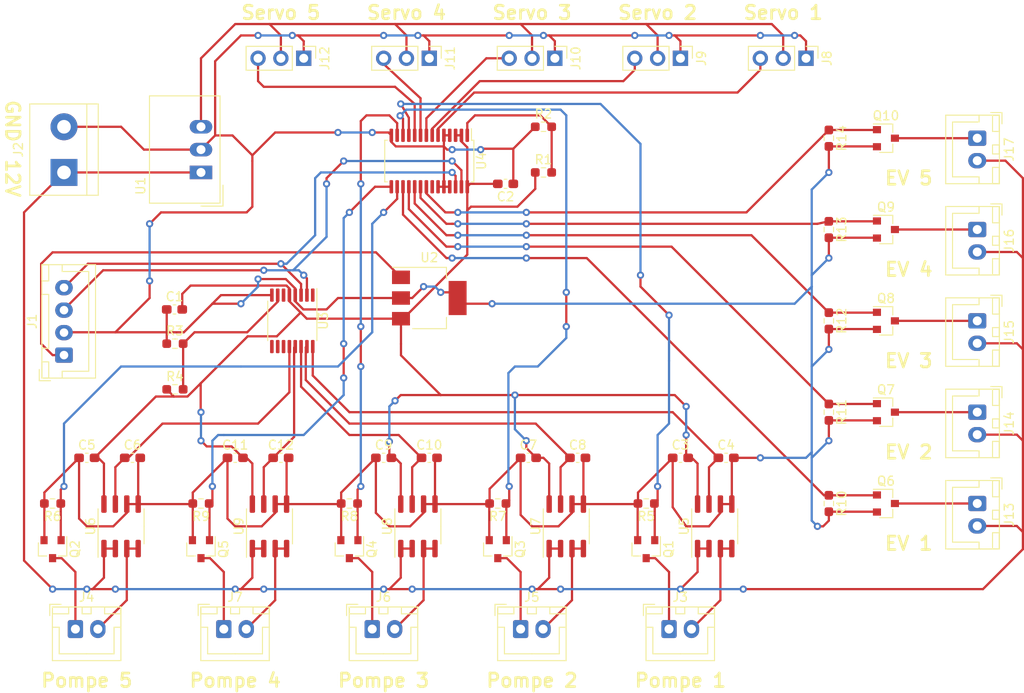
<source format=kicad_pcb>
(kicad_pcb (version 20171130) (host pcbnew 5.1.9)
  (layers (0 F.Cu signal) (31 B.Cu signal) (34 B.Paste user) (35 F.Paste user) (36 B.SilkS user) (37 F.SilkS user) (38 B.Mask user) (39 F.Mask user) (44 Edge.Cuts user))
  (net 0 "")
  (net 1 +3V3)
  (net 2 GND)
  (net 3 /ADC_1)
  (net 4 /ADC_5)
  (net 5 /ADC_2)
  (net 6 /ADC_3)
  (net 7 /ADC_4)
  (net 8 +5VA)
  (net 9 /EXT_SDA)
  (net 10 /EXT_SCL)
  (net 11 +12V)
  (net 12 "Net-(J3-Pad2)")
  (net 13 "Net-(J3-Pad1)")
  (net 14 "Net-(J4-Pad1)")
  (net 15 "Net-(J4-Pad2)")
  (net 16 "Net-(J5-Pad1)")
  (net 17 "Net-(J5-Pad2)")
  (net 18 "Net-(J6-Pad1)")
  (net 19 "Net-(J6-Pad2)")
  (net 20 "Net-(J7-Pad2)")
  (net 21 "Net-(J7-Pad1)")
  (net 22 /SERVO_1)
  (net 23 +5V)
  (net 24 /SERVO_2)
  (net 25 /SERVO_3)
  (net 26 /SERVO_4)
  (net 27 /SERVO_5)
  (net 28 "Net-(J13-Pad1)")
  (net 29 "Net-(J14-Pad1)")
  (net 30 "Net-(J15-Pad1)")
  (net 31 "Net-(J16-Pad1)")
  (net 32 "Net-(J17-Pad1)")
  (net 33 /POMPE_1)
  (net 34 /POMPE_5)
  (net 35 /POMPE_2)
  (net 36 /POMPE_3)
  (net 37 /POMPE_4)
  (net 38 /EV_1)
  (net 39 /EV_2)
  (net 40 /EV_3)
  (net 41 /EV_4)
  (net 42 /EV_5)
  (net 43 "Net-(R1-Pad2)")
  (net 44 "Net-(R3-Pad2)")
  (net 45 "Net-(U3-Pad1)")
  (net 46 "Net-(U3-Pad6)")
  (net 47 "Net-(U3-Pad9)")
  (net 48 "Net-(U3-Pad10)")
  (net 49 "Net-(U3-Pad11)")
  (net 50 "Net-(U4-Pad22)")
  (module Package_SO:TSSOP-28_4.4x9.7mm_P0.65mm (layer F.Cu) (at 60.96 33.02 270)
    (fp_text reference U4 (at 0 -5.8 90) (layer F.SilkS))
    (fp_text value PCA9685PW)
    (pad 1 smd roundrect (at -2.8625 -4.225 270) (size 1.475 0.4) (layers F.Cu F.Paste F.Mask) (net 43 "Net-(R1-Pad2)"))
    (pad 2 smd roundrect (at -2.8625 -3.575 270) (size 1.475 0.4) (layers F.Cu F.Paste F.Mask) (net 1 +3V3))
    (pad 3 smd roundrect (at -2.8625 -2.925 270) (size 1.475 0.4) (layers F.Cu F.Paste F.Mask) (net 1 +3V3))
    (pad 4 smd roundrect (at -2.8625 -2.275 270) (size 1.475 0.4) (layers F.Cu F.Paste F.Mask) (net 2 GND))
    (pad 5 smd roundrect (at -2.8625 -1.625 270) (size 1.475 0.4) (layers F.Cu F.Paste F.Mask) (net 2 GND))
    (pad 6 smd roundrect (at -2.8625 -0.975 270) (size 1.475 0.4) (layers F.Cu F.Paste F.Mask) (net 22 /SERVO_1))
    (pad 7 smd roundrect (at -2.8625 -0.325 270) (size 1.475 0.4) (layers F.Cu F.Paste F.Mask) (net 24 /SERVO_2))
    (pad 8 smd roundrect (at -2.8625 0.325 270) (size 1.475 0.4) (layers F.Cu F.Paste F.Mask) (net 25 /SERVO_3))
    (pad 9 smd roundrect (at -2.8625 0.975 270) (size 1.475 0.4) (layers F.Cu F.Paste F.Mask) (net 26 /SERVO_4))
    (pad 10 smd roundrect (at -2.8625 1.625 270) (size 1.475 0.4) (layers F.Cu F.Paste F.Mask) (net 27 /SERVO_5))
    (pad 11 smd roundrect (at -2.8625 2.275 270) (size 1.475 0.4) (layers F.Cu F.Paste F.Mask) (net 33 /POMPE_1))
    (pad 12 smd roundrect (at -2.8625 2.925 270) (size 1.475 0.4) (layers F.Cu F.Paste F.Mask) (net 35 /POMPE_2))
    (pad 13 smd roundrect (at -2.8625 3.575 270) (size 1.475 0.4) (layers F.Cu F.Paste F.Mask) (net 36 /POMPE_3))
    (pad 14 smd roundrect (at -2.8625 4.225 270) (size 1.475 0.4) (layers F.Cu F.Paste F.Mask) (net 2 GND))
    (pad 15 smd roundrect (at 2.8625 4.225 270) (size 1.475 0.4) (layers F.Cu F.Paste F.Mask) (net 37 /POMPE_4))
    (pad 16 smd roundrect (at 2.8625 3.575 270) (size 1.475 0.4) (layers F.Cu F.Paste F.Mask) (net 34 /POMPE_5))
    (pad 17 smd roundrect (at 2.8625 2.925 270) (size 1.475 0.4) (layers F.Cu F.Paste F.Mask) (net 38 /EV_1))
    (pad 18 smd roundrect (at 2.8625 2.275 270) (size 1.475 0.4) (layers F.Cu F.Paste F.Mask) (net 39 /EV_2))
    (pad 19 smd roundrect (at 2.8625 1.625 270) (size 1.475 0.4) (layers F.Cu F.Paste F.Mask) (net 40 /EV_3))
    (pad 20 smd roundrect (at 2.8625 0.975 270) (size 1.475 0.4) (layers F.Cu F.Paste F.Mask) (net 41 /EV_4))
    (pad 21 smd roundrect (at 2.8625 0.325 270) (size 1.475 0.4) (layers F.Cu F.Paste F.Mask) (net 42 /EV_5))
    (pad 22 smd roundrect (at 2.8625 -0.325 270) (size 1.475 0.4) (layers F.Cu F.Paste F.Mask) (net 50 "Net-(U4-Pad22)"))
    (pad 23 smd roundrect (at 2.8625 -0.975 270) (size 1.475 0.4) (layers F.Cu F.Paste F.Mask) (net 2 GND))
    (pad 24 smd roundrect (at 2.8625 -1.625 270) (size 1.475 0.4) (layers F.Cu F.Paste F.Mask) (net 2 GND))
    (pad 25 smd roundrect (at 2.8625 -2.275 270) (size 1.475 0.4) (layers F.Cu F.Paste F.Mask) (net 2 GND))
    (pad 26 smd roundrect (at 2.8625 -2.925 270) (size 1.475 0.4) (layers F.Cu F.Paste F.Mask) (net 10 /EXT_SCL))
    (pad 27 smd roundrect (at 2.8625 -3.575 270) (size 1.475 0.4) (layers F.Cu F.Paste F.Mask) (net 9 /EXT_SDA))
    (pad 28 smd roundrect (at 2.8625 -4.225 270) (size 1.475 0.4) (layers F.Cu F.Paste F.Mask) (net 1 +3V3))
  )
  (module Capacitor_SMD:C_0603_1608Metric_Pad1.08x0.95mm_HandSolder (layer F.Cu) (at 32.6125 49.53)
    (fp_text reference C1 (at 0 -1.43) (layer F.SilkS))
    (fp_text value 100nF)
    (pad 2 smd roundrect (at 0.8625 0) (size 1.075 0.95) (layers F.Cu F.Paste F.Mask) (net 1 +3V3))
    (pad 1 smd roundrect (at -0.8625 0) (size 1.075 0.95) (layers F.Cu F.Paste F.Mask) (net 2 GND))
  )
  (module Capacitor_SMD:C_0603_1608Metric_Pad1.08x0.95mm_HandSolder (layer F.Cu) (at 69.4425 35.56 180)
    (fp_text reference C2 (at 0 -1.43) (layer F.SilkS))
    (fp_text value 100nF)
    (pad 1 smd roundrect (at -0.8625 0 180) (size 1.075 0.95) (layers F.Cu F.Paste F.Mask) (net 2 GND))
    (pad 2 smd roundrect (at 0.8625 0 180) (size 1.075 0.95) (layers F.Cu F.Paste F.Mask) (net 1 +3V3))
  )
  (module Capacitor_SMD:C_0603_1608Metric_Pad1.08x0.95mm_HandSolder (layer F.Cu) (at 88.9 66.04)
    (fp_text reference C3 (at 0 -1.43) (layer F.SilkS))
    (fp_text value 100nF)
    (pad 1 smd roundrect (at -0.8625 0) (size 1.075 0.95) (layers F.Cu F.Paste F.Mask) (net 2 GND))
    (pad 2 smd roundrect (at 0.8625 0) (size 1.075 0.95) (layers F.Cu F.Paste F.Mask) (net 1 +3V3))
  )
  (module Capacitor_SMD:C_0603_1608Metric_Pad1.08x0.95mm_HandSolder (layer F.Cu) (at 93.98 66.04)
    (fp_text reference C4 (at 0 -1.43) (layer F.SilkS))
    (fp_text value 10nF)
    (pad 2 smd roundrect (at 0.8625 0) (size 1.075 0.95) (layers F.Cu F.Paste F.Mask) (net 2 GND))
    (pad 1 smd roundrect (at -0.8625 0) (size 1.075 0.95) (layers F.Cu F.Paste F.Mask) (net 3 /ADC_1))
  )
  (module Capacitor_SMD:C_0603_1608Metric_Pad1.08x0.95mm_HandSolder (layer F.Cu) (at 22.86 66.04)
    (fp_text reference C5 (at 0 -1.43) (layer F.SilkS))
    (fp_text value 100nF)
    (pad 2 smd roundrect (at 0.8625 0) (size 1.075 0.95) (layers F.Cu F.Paste F.Mask) (net 1 +3V3))
    (pad 1 smd roundrect (at -0.8625 0) (size 1.075 0.95) (layers F.Cu F.Paste F.Mask) (net 2 GND))
  )
  (module Capacitor_SMD:C_0603_1608Metric_Pad1.08x0.95mm_HandSolder (layer F.Cu) (at 27.94 66.04)
    (fp_text reference C6 (at 0 -1.43) (layer F.SilkS))
    (fp_text value 10nF)
    (pad 1 smd roundrect (at -0.8625 0) (size 1.075 0.95) (layers F.Cu F.Paste F.Mask) (net 4 /ADC_5))
    (pad 2 smd roundrect (at 0.8625 0) (size 1.075 0.95) (layers F.Cu F.Paste F.Mask) (net 2 GND))
  )
  (module Capacitor_SMD:C_0603_1608Metric_Pad1.08x0.95mm_HandSolder (layer F.Cu) (at 71.9825 66.04)
    (fp_text reference C7 (at 0 -1.43) (layer F.SilkS))
    (fp_text value 100nF)
    (pad 1 smd roundrect (at -0.8625 0) (size 1.075 0.95) (layers F.Cu F.Paste F.Mask) (net 2 GND))
    (pad 2 smd roundrect (at 0.8625 0) (size 1.075 0.95) (layers F.Cu F.Paste F.Mask) (net 1 +3V3))
  )
  (module Capacitor_SMD:C_0603_1608Metric_Pad1.08x0.95mm_HandSolder (layer F.Cu) (at 77.47 66.04)
    (fp_text reference C8 (at 0 -1.43) (layer F.SilkS))
    (fp_text value 10nF)
    (pad 2 smd roundrect (at 0.8625 0) (size 1.075 0.95) (layers F.Cu F.Paste F.Mask) (net 2 GND))
    (pad 1 smd roundrect (at -0.8625 0) (size 1.075 0.95) (layers F.Cu F.Paste F.Mask) (net 5 /ADC_2))
  )
  (module Capacitor_SMD:C_0603_1608Metric_Pad1.08x0.95mm_HandSolder (layer F.Cu) (at 55.88 66.04)
    (fp_text reference C9 (at 0 -1.43) (layer F.SilkS))
    (fp_text value 100nF)
    (pad 2 smd roundrect (at 0.8625 0) (size 1.075 0.95) (layers F.Cu F.Paste F.Mask) (net 1 +3V3))
    (pad 1 smd roundrect (at -0.8625 0) (size 1.075 0.95) (layers F.Cu F.Paste F.Mask) (net 2 GND))
  )
  (module Capacitor_SMD:C_0603_1608Metric_Pad1.08x0.95mm_HandSolder (layer F.Cu) (at 60.96 66.04)
    (fp_text reference C10 (at 0 -1.43) (layer F.SilkS))
    (fp_text value 10nF)
    (pad 1 smd roundrect (at -0.8625 0) (size 1.075 0.95) (layers F.Cu F.Paste F.Mask) (net 6 /ADC_3))
    (pad 2 smd roundrect (at 0.8625 0) (size 1.075 0.95) (layers F.Cu F.Paste F.Mask) (net 2 GND))
  )
  (module Capacitor_SMD:C_0603_1608Metric_Pad1.08x0.95mm_HandSolder (layer F.Cu) (at 39.37 66.04)
    (fp_text reference C11 (at 0 -1.43) (layer F.SilkS))
    (fp_text value 100nF)
    (pad 2 smd roundrect (at 0.8625 0) (size 1.075 0.95) (layers F.Cu F.Paste F.Mask) (net 1 +3V3))
    (pad 1 smd roundrect (at -0.8625 0) (size 1.075 0.95) (layers F.Cu F.Paste F.Mask) (net 2 GND))
  )
  (module Capacitor_SMD:C_0603_1608Metric_Pad1.08x0.95mm_HandSolder (layer F.Cu) (at 44.45 66.04)
    (fp_text reference C12 (at 0 -1.43) (layer F.SilkS))
    (fp_text value 10nF)
    (pad 1 smd roundrect (at -0.8625 0) (size 1.075 0.95) (layers F.Cu F.Paste F.Mask) (net 7 /ADC_4))
    (pad 2 smd roundrect (at 0.8625 0) (size 1.075 0.95) (layers F.Cu F.Paste F.Mask) (net 2 GND))
  )
  (module Connector_JST:JST_XH_B4B-XH-A_1x04_P2.50mm_Vertical (layer F.Cu) (at 20.32 54.61 90)
    (fp_text reference J1 (at 3.75 -3.55 90) (layer F.SilkS))
    (fp_text value Conn_I2C)
    (pad 1 thru_hole roundrect (at 0 0 90) (size 1.7 1.95) (drill 0.95) (layers *.Cu *.Mask) (roundrect_rratio 0.147059) (net 8 +5VA))
    (pad 2 thru_hole oval (at 2.5 0 90) (size 1.7 1.95) (drill 0.95) (layers *.Cu *.Mask) (net 2 GND))
    (pad 3 thru_hole oval (at 5 0 90) (size 1.7 1.95) (drill 0.95) (layers *.Cu *.Mask) (net 9 /EXT_SDA))
    (pad 4 thru_hole oval (at 7.5 0 90) (size 1.7 1.95) (drill 0.95) (layers *.Cu *.Mask) (net 10 /EXT_SCL))
  )
  (module TerminalBlock:TerminalBlock_bornier-2_P5.08mm (layer F.Cu) (at 20.32 34.29 90)
    (fp_text reference J2 (at 2.54 -5.08 90) (layer F.SilkS))
    (fp_text value Screw_Terminal_POWER)
    (pad 1 thru_hole rect (at 0 0 90) (size 3 3) (drill 1.52) (layers *.Cu *.Mask) (net 11 +12V))
    (pad 2 thru_hole circle (at 5.08 0 90) (size 3 3) (drill 1.52) (layers *.Cu *.Mask) (net 2 GND))
  )
  (module Connector_JST:JST_XH_B2B-XH-A_1x02_P2.50mm_Vertical (layer F.Cu) (at 87.63 85.09)
    (fp_text reference J3 (at 1.25 -3.55) (layer F.SilkS))
    (fp_text value Conn_POMPE_1)
    (pad 2 thru_hole oval (at 2.5 0) (size 1.7 2) (drill 1) (layers *.Cu *.Mask) (net 12 "Net-(J3-Pad2)"))
    (pad 1 thru_hole roundrect (at 0 0) (size 1.7 2) (drill 1) (layers *.Cu *.Mask) (roundrect_rratio 0.147059) (net 13 "Net-(J3-Pad1)"))
  )
  (module Connector_JST:JST_XH_B2B-XH-A_1x02_P2.50mm_Vertical (layer F.Cu) (at 21.59 85.09)
    (fp_text reference J4 (at 1.25 -3.55) (layer F.SilkS))
    (fp_text value Conn_POMPE_5)
    (pad 1 thru_hole roundrect (at 0 0) (size 1.7 2) (drill 1) (layers *.Cu *.Mask) (roundrect_rratio 0.147059) (net 14 "Net-(J4-Pad1)"))
    (pad 2 thru_hole oval (at 2.5 0) (size 1.7 2) (drill 1) (layers *.Cu *.Mask) (net 15 "Net-(J4-Pad2)"))
  )
  (module Connector_JST:JST_XH_B2B-XH-A_1x02_P2.50mm_Vertical (layer F.Cu) (at 71.12 85.09)
    (fp_text reference J5 (at 1.25 -3.55) (layer F.SilkS))
    (fp_text value Conn_POMPE_2)
    (pad 1 thru_hole roundrect (at 0 0) (size 1.7 2) (drill 1) (layers *.Cu *.Mask) (roundrect_rratio 0.147059) (net 16 "Net-(J5-Pad1)"))
    (pad 2 thru_hole oval (at 2.5 0) (size 1.7 2) (drill 1) (layers *.Cu *.Mask) (net 17 "Net-(J5-Pad2)"))
  )
  (module Connector_JST:JST_XH_B2B-XH-A_1x02_P2.50mm_Vertical (layer F.Cu) (at 54.61 85.09)
    (fp_text reference J6 (at 1.25 -3.55) (layer F.SilkS))
    (fp_text value Conn_POMPE_3)
    (pad 1 thru_hole roundrect (at 0 0) (size 1.7 2) (drill 1) (layers *.Cu *.Mask) (roundrect_rratio 0.147059) (net 18 "Net-(J6-Pad1)"))
    (pad 2 thru_hole oval (at 2.5 0) (size 1.7 2) (drill 1) (layers *.Cu *.Mask) (net 19 "Net-(J6-Pad2)"))
  )
  (module Connector_JST:JST_XH_B2B-XH-A_1x02_P2.50mm_Vertical (layer F.Cu) (at 38.1 85.09)
    (fp_text reference J7 (at 1.25 -3.55) (layer F.SilkS))
    (fp_text value Conn_POMPE_4)
    (pad 2 thru_hole oval (at 2.5 0) (size 1.7 2) (drill 1) (layers *.Cu *.Mask) (net 20 "Net-(J7-Pad2)"))
    (pad 1 thru_hole roundrect (at 0 0) (size 1.7 2) (drill 1) (layers *.Cu *.Mask) (roundrect_rratio 0.147059) (net 21 "Net-(J7-Pad1)"))
  )
  (module Connector_PinHeader_2.54mm:PinHeader_1x03_P2.54mm_Vertical (layer F.Cu) (at 102.87 21.59 270)
    (fp_text reference J8 (at 0 -2.33 90) (layer F.SilkS))
    (fp_text value Conn_SERVO_1)
    (pad 3 thru_hole oval (at 0 5.08 270) (size 1.7 1.7) (drill 1) (layers *.Cu *.Mask) (net 22 /SERVO_1))
    (pad 2 thru_hole oval (at 0 2.54 270) (size 1.7 1.7) (drill 1) (layers *.Cu *.Mask) (net 23 +5V))
    (pad 1 thru_hole rect (at 0 0 270) (size 1.7 1.7) (drill 1) (layers *.Cu *.Mask) (net 2 GND))
  )
  (module Connector_PinHeader_2.54mm:PinHeader_1x03_P2.54mm_Vertical (layer F.Cu) (at 88.9 21.59 270)
    (fp_text reference J9 (at 0 -2.33 90) (layer F.SilkS))
    (fp_text value Conn_SERVO_2)
    (pad 1 thru_hole rect (at 0 0 270) (size 1.7 1.7) (drill 1) (layers *.Cu *.Mask) (net 2 GND))
    (pad 2 thru_hole oval (at 0 2.54 270) (size 1.7 1.7) (drill 1) (layers *.Cu *.Mask) (net 23 +5V))
    (pad 3 thru_hole oval (at 0 5.08 270) (size 1.7 1.7) (drill 1) (layers *.Cu *.Mask) (net 24 /SERVO_2))
  )
  (module Connector_PinHeader_2.54mm:PinHeader_1x03_P2.54mm_Vertical (layer F.Cu) (at 74.93 21.59 270)
    (fp_text reference J10 (at 0 -2.33 90) (layer F.SilkS))
    (fp_text value Conn_SERVO_3)
    (pad 3 thru_hole oval (at 0 5.08 270) (size 1.7 1.7) (drill 1) (layers *.Cu *.Mask) (net 25 /SERVO_3))
    (pad 2 thru_hole oval (at 0 2.54 270) (size 1.7 1.7) (drill 1) (layers *.Cu *.Mask) (net 23 +5V))
    (pad 1 thru_hole rect (at 0 0 270) (size 1.7 1.7) (drill 1) (layers *.Cu *.Mask) (net 2 GND))
  )
  (module Connector_PinHeader_2.54mm:PinHeader_1x03_P2.54mm_Vertical (layer F.Cu) (at 60.96 21.59 270)
    (fp_text reference J11 (at 0 -2.33 90) (layer F.SilkS))
    (fp_text value Conn_SERVO_4)
    (pad 1 thru_hole rect (at 0 0 270) (size 1.7 1.7) (drill 1) (layers *.Cu *.Mask) (net 2 GND))
    (pad 2 thru_hole oval (at 0 2.54 270) (size 1.7 1.7) (drill 1) (layers *.Cu *.Mask) (net 23 +5V))
    (pad 3 thru_hole oval (at 0 5.08 270) (size 1.7 1.7) (drill 1) (layers *.Cu *.Mask) (net 26 /SERVO_4))
  )
  (module Connector_PinHeader_2.54mm:PinHeader_1x03_P2.54mm_Vertical (layer F.Cu) (at 46.99 21.59 270)
    (fp_text reference J12 (at 0 -2.33 90) (layer F.SilkS))
    (fp_text value Conn_SERVO_5)
    (pad 1 thru_hole rect (at 0 0 270) (size 1.7 1.7) (drill 1) (layers *.Cu *.Mask) (net 2 GND))
    (pad 2 thru_hole oval (at 0 2.54 270) (size 1.7 1.7) (drill 1) (layers *.Cu *.Mask) (net 23 +5V))
    (pad 3 thru_hole oval (at 0 5.08 270) (size 1.7 1.7) (drill 1) (layers *.Cu *.Mask) (net 27 /SERVO_5))
  )
  (module Connector_JST:JST_XH_B2B-XH-A_1x02_P2.50mm_Vertical (layer F.Cu) (at 121.92 71.12 270)
    (fp_text reference J13 (at 1.25 -3.55 90) (layer F.SilkS))
    (fp_text value Conn_EV_1)
    (pad 2 thru_hole oval (at 2.5 0 270) (size 1.7 2) (drill 1) (layers *.Cu *.Mask) (net 11 +12V))
    (pad 1 thru_hole roundrect (at 0 0 270) (size 1.7 2) (drill 1) (layers *.Cu *.Mask) (roundrect_rratio 0.147059) (net 28 "Net-(J13-Pad1)"))
  )
  (module Connector_JST:JST_XH_B2B-XH-A_1x02_P2.50mm_Vertical (layer F.Cu) (at 121.92 60.96 270)
    (fp_text reference J14 (at 1.25 -3.55 90) (layer F.SilkS))
    (fp_text value Conn_EV_2)
    (pad 1 thru_hole roundrect (at 0 0 270) (size 1.7 2) (drill 1) (layers *.Cu *.Mask) (roundrect_rratio 0.147059) (net 29 "Net-(J14-Pad1)"))
    (pad 2 thru_hole oval (at 2.5 0 270) (size 1.7 2) (drill 1) (layers *.Cu *.Mask) (net 11 +12V))
  )
  (module Connector_JST:JST_XH_B2B-XH-A_1x02_P2.50mm_Vertical (layer F.Cu) (at 121.92 50.8 270)
    (fp_text reference J15 (at 1.25 -3.55 90) (layer F.SilkS))
    (fp_text value Conn_EV_3)
    (pad 2 thru_hole oval (at 2.5 0 270) (size 1.7 2) (drill 1) (layers *.Cu *.Mask) (net 11 +12V))
    (pad 1 thru_hole roundrect (at 0 0 270) (size 1.7 2) (drill 1) (layers *.Cu *.Mask) (roundrect_rratio 0.147059) (net 30 "Net-(J15-Pad1)"))
  )
  (module Connector_JST:JST_XH_B2B-XH-A_1x02_P2.50mm_Vertical (layer F.Cu) (at 121.92 40.64 270)
    (fp_text reference J16 (at 1.25 -3.55 90) (layer F.SilkS))
    (fp_text value Conn_EV_4)
    (pad 1 thru_hole roundrect (at 0 0 270) (size 1.7 2) (drill 1) (layers *.Cu *.Mask) (roundrect_rratio 0.147059) (net 31 "Net-(J16-Pad1)"))
    (pad 2 thru_hole oval (at 2.5 0 270) (size 1.7 2) (drill 1) (layers *.Cu *.Mask) (net 11 +12V))
  )
  (module Connector_JST:JST_XH_B2B-XH-A_1x02_P2.50mm_Vertical (layer F.Cu) (at 121.92 30.48 270)
    (fp_text reference J17 (at 1.25 -3.55 90) (layer F.SilkS))
    (fp_text value Conn_EV_5)
    (pad 2 thru_hole oval (at 2.5 0 270) (size 1.7 2) (drill 1) (layers *.Cu *.Mask) (net 11 +12V))
    (pad 1 thru_hole roundrect (at 0 0 270) (size 1.7 2) (drill 1) (layers *.Cu *.Mask) (roundrect_rratio 0.147059) (net 32 "Net-(J17-Pad1)"))
  )
  (module Package_TO_SOT_SMD:SOT-23 (layer F.Cu) (at 85.09 76.2 270)
    (fp_text reference Q1 (at 0 -2.5 90) (layer F.SilkS))
    (fp_text value IRLML0030)
    (pad 1 smd rect (at -1 -0.95 270) (size 0.9 0.8) (layers F.Cu F.Paste F.Mask) (net 33 /POMPE_1))
    (pad 2 smd rect (at -1 0.95 270) (size 0.9 0.8) (layers F.Cu F.Paste F.Mask) (net 2 GND))
    (pad 3 smd rect (at 1 0 270) (size 0.9 0.8) (layers F.Cu F.Paste F.Mask) (net 13 "Net-(J3-Pad1)"))
  )
  (module Package_TO_SOT_SMD:SOT-23 (layer F.Cu) (at 19.05 76.2 270)
    (fp_text reference Q2 (at 0 -2.5 90) (layer F.SilkS))
    (fp_text value IRLML0030)
    (pad 1 smd rect (at -1 -0.95 270) (size 0.9 0.8) (layers F.Cu F.Paste F.Mask) (net 34 /POMPE_5))
    (pad 2 smd rect (at -1 0.95 270) (size 0.9 0.8) (layers F.Cu F.Paste F.Mask) (net 2 GND))
    (pad 3 smd rect (at 1 0 270) (size 0.9 0.8) (layers F.Cu F.Paste F.Mask) (net 14 "Net-(J4-Pad1)"))
  )
  (module Package_TO_SOT_SMD:SOT-23 (layer F.Cu) (at 68.58 76.2 270)
    (fp_text reference Q3 (at 0 -2.5 90) (layer F.SilkS))
    (fp_text value IRLML0030)
    (pad 3 smd rect (at 1 0 270) (size 0.9 0.8) (layers F.Cu F.Paste F.Mask) (net 16 "Net-(J5-Pad1)"))
    (pad 2 smd rect (at -1 0.95 270) (size 0.9 0.8) (layers F.Cu F.Paste F.Mask) (net 2 GND))
    (pad 1 smd rect (at -1 -0.95 270) (size 0.9 0.8) (layers F.Cu F.Paste F.Mask) (net 35 /POMPE_2))
  )
  (module Package_TO_SOT_SMD:SOT-23 (layer F.Cu) (at 52.07 76.2 270)
    (fp_text reference Q4 (at 0 -2.5 90) (layer F.SilkS))
    (fp_text value IRLML0030)
    (pad 3 smd rect (at 1 0 270) (size 0.9 0.8) (layers F.Cu F.Paste F.Mask) (net 18 "Net-(J6-Pad1)"))
    (pad 2 smd rect (at -1 0.95 270) (size 0.9 0.8) (layers F.Cu F.Paste F.Mask) (net 2 GND))
    (pad 1 smd rect (at -1 -0.95 270) (size 0.9 0.8) (layers F.Cu F.Paste F.Mask) (net 36 /POMPE_3))
  )
  (module Package_TO_SOT_SMD:SOT-23 (layer F.Cu) (at 35.56 76.2 270)
    (fp_text reference Q5 (at 0 -2.5 90) (layer F.SilkS))
    (fp_text value IRLML0030)
    (pad 3 smd rect (at 1 0 270) (size 0.9 0.8) (layers F.Cu F.Paste F.Mask) (net 21 "Net-(J7-Pad1)"))
    (pad 2 smd rect (at -1 0.95 270) (size 0.9 0.8) (layers F.Cu F.Paste F.Mask) (net 2 GND))
    (pad 1 smd rect (at -1 -0.95 270) (size 0.9 0.8) (layers F.Cu F.Paste F.Mask) (net 37 /POMPE_4))
  )
  (module Package_TO_SOT_SMD:SOT-23 (layer F.Cu) (at 111.76 71.12)
    (fp_text reference Q6 (at 0 -2.5) (layer F.SilkS))
    (fp_text value IRLML0030)
    (pad 3 smd rect (at 1 0) (size 0.9 0.8) (layers F.Cu F.Paste F.Mask) (net 28 "Net-(J13-Pad1)"))
    (pad 2 smd rect (at -1 0.95) (size 0.9 0.8) (layers F.Cu F.Paste F.Mask) (net 2 GND))
    (pad 1 smd rect (at -1 -0.95) (size 0.9 0.8) (layers F.Cu F.Paste F.Mask) (net 38 /EV_1))
  )
  (module Package_TO_SOT_SMD:SOT-23 (layer F.Cu) (at 111.76 60.96)
    (fp_text reference Q7 (at 0 -2.5) (layer F.SilkS))
    (fp_text value IRLML0030)
    (pad 1 smd rect (at -1 -0.95) (size 0.9 0.8) (layers F.Cu F.Paste F.Mask) (net 39 /EV_2))
    (pad 2 smd rect (at -1 0.95) (size 0.9 0.8) (layers F.Cu F.Paste F.Mask) (net 2 GND))
    (pad 3 smd rect (at 1 0) (size 0.9 0.8) (layers F.Cu F.Paste F.Mask) (net 29 "Net-(J14-Pad1)"))
  )
  (module Package_TO_SOT_SMD:SOT-23 (layer F.Cu) (at 111.76 50.8)
    (fp_text reference Q8 (at 0 -2.5) (layer F.SilkS))
    (fp_text value IRLML0030)
    (pad 3 smd rect (at 1 0) (size 0.9 0.8) (layers F.Cu F.Paste F.Mask) (net 30 "Net-(J15-Pad1)"))
    (pad 2 smd rect (at -1 0.95) (size 0.9 0.8) (layers F.Cu F.Paste F.Mask) (net 2 GND))
    (pad 1 smd rect (at -1 -0.95) (size 0.9 0.8) (layers F.Cu F.Paste F.Mask) (net 40 /EV_3))
  )
  (module Package_TO_SOT_SMD:SOT-23 (layer F.Cu) (at 111.76 40.64)
    (fp_text reference Q9 (at 0 -2.5) (layer F.SilkS))
    (fp_text value IRLML0030)
    (pad 1 smd rect (at -1 -0.95) (size 0.9 0.8) (layers F.Cu F.Paste F.Mask) (net 41 /EV_4))
    (pad 2 smd rect (at -1 0.95) (size 0.9 0.8) (layers F.Cu F.Paste F.Mask) (net 2 GND))
    (pad 3 smd rect (at 1 0) (size 0.9 0.8) (layers F.Cu F.Paste F.Mask) (net 31 "Net-(J16-Pad1)"))
  )
  (module Package_TO_SOT_SMD:SOT-23 (layer F.Cu) (at 111.76 30.48)
    (fp_text reference Q10 (at 0 -2.5) (layer F.SilkS))
    (fp_text value IRLML0030)
    (pad 1 smd rect (at -1 -0.95) (size 0.9 0.8) (layers F.Cu F.Paste F.Mask) (net 42 /EV_5))
    (pad 2 smd rect (at -1 0.95) (size 0.9 0.8) (layers F.Cu F.Paste F.Mask) (net 2 GND))
    (pad 3 smd rect (at 1 0) (size 0.9 0.8) (layers F.Cu F.Paste F.Mask) (net 32 "Net-(J17-Pad1)"))
  )
  (module Resistor_SMD:R_0603_1608Metric_Pad0.98x0.95mm_HandSolder (layer F.Cu) (at 73.66 34.29)
    (fp_text reference R1 (at 0 -1.43) (layer F.SilkS))
    (fp_text value R)
    (pad 2 smd roundrect (at 0.9125 0) (size 0.975 0.95) (layers F.Cu F.Paste F.Mask) (net 43 "Net-(R1-Pad2)"))
    (pad 1 smd roundrect (at -0.9125 0) (size 0.975 0.95) (layers F.Cu F.Paste F.Mask) (net 1 +3V3))
  )
  (module Resistor_SMD:R_0603_1608Metric_Pad0.98x0.95mm_HandSolder (layer F.Cu) (at 73.66 29.21)
    (fp_text reference R2 (at 0 -1.43) (layer F.SilkS))
    (fp_text value R)
    (pad 1 smd roundrect (at -0.9125 0) (size 0.975 0.95) (layers F.Cu F.Paste F.Mask) (net 2 GND))
    (pad 2 smd roundrect (at 0.9125 0) (size 0.975 0.95) (layers F.Cu F.Paste F.Mask) (net 43 "Net-(R1-Pad2)"))
  )
  (module Resistor_SMD:R_0603_1608Metric_Pad0.98x0.95mm_HandSolder (layer F.Cu) (at 32.6625 53.34)
    (fp_text reference R3 (at 0 -1.43) (layer F.SilkS))
    (fp_text value R)
    (pad 2 smd roundrect (at 0.9125 0) (size 0.975 0.95) (layers F.Cu F.Paste F.Mask) (net 44 "Net-(R3-Pad2)"))
    (pad 1 smd roundrect (at -0.9125 0) (size 0.975 0.95) (layers F.Cu F.Paste F.Mask) (net 2 GND))
  )
  (module Resistor_SMD:R_0603_1608Metric_Pad0.98x0.95mm_HandSolder (layer F.Cu) (at 32.6625 58.42)
    (fp_text reference R4 (at 0 -1.43) (layer F.SilkS))
    (fp_text value R)
    (pad 1 smd roundrect (at -0.9125 0) (size 0.975 0.95) (layers F.Cu F.Paste F.Mask) (net 1 +3V3))
    (pad 2 smd roundrect (at 0.9125 0) (size 0.975 0.95) (layers F.Cu F.Paste F.Mask) (net 44 "Net-(R3-Pad2)"))
  )
  (module Resistor_SMD:R_0603_1608Metric_Pad0.98x0.95mm_HandSolder (layer F.Cu) (at 85.09 71.12 180)
    (fp_text reference R5 (at 0 -1.43) (layer F.SilkS))
    (fp_text value 10k)
    (pad 2 smd roundrect (at 0.9125 0 180) (size 0.975 0.95) (layers F.Cu F.Paste F.Mask) (net 2 GND))
    (pad 1 smd roundrect (at -0.9125 0 180) (size 0.975 0.95) (layers F.Cu F.Paste F.Mask) (net 33 /POMPE_1))
  )
  (module Resistor_SMD:R_0603_1608Metric_Pad0.98x0.95mm_HandSolder (layer F.Cu) (at 19.05 71.12 180)
    (fp_text reference R6 (at 0 -1.43) (layer F.SilkS))
    (fp_text value 10k)
    (pad 1 smd roundrect (at -0.9125 0 180) (size 0.975 0.95) (layers F.Cu F.Paste F.Mask) (net 34 /POMPE_5))
    (pad 2 smd roundrect (at 0.9125 0 180) (size 0.975 0.95) (layers F.Cu F.Paste F.Mask) (net 2 GND))
  )
  (module Resistor_SMD:R_0603_1608Metric_Pad0.98x0.95mm_HandSolder (layer F.Cu) (at 68.58 71.12 180)
    (fp_text reference R7 (at 0 -1.43) (layer F.SilkS))
    (fp_text value 10k)
    (pad 2 smd roundrect (at 0.9125 0 180) (size 0.975 0.95) (layers F.Cu F.Paste F.Mask) (net 2 GND))
    (pad 1 smd roundrect (at -0.9125 0 180) (size 0.975 0.95) (layers F.Cu F.Paste F.Mask) (net 35 /POMPE_2))
  )
  (module Resistor_SMD:R_0603_1608Metric_Pad0.98x0.95mm_HandSolder (layer F.Cu) (at 52.07 71.12 180)
    (fp_text reference R8 (at 0 -1.43) (layer F.SilkS))
    (fp_text value 10k)
    (pad 1 smd roundrect (at -0.9125 0 180) (size 0.975 0.95) (layers F.Cu F.Paste F.Mask) (net 36 /POMPE_3))
    (pad 2 smd roundrect (at 0.9125 0 180) (size 0.975 0.95) (layers F.Cu F.Paste F.Mask) (net 2 GND))
  )
  (module Resistor_SMD:R_0603_1608Metric_Pad0.98x0.95mm_HandSolder (layer F.Cu) (at 35.56 71.12 180)
    (fp_text reference R9 (at 0 -1.43) (layer F.SilkS))
    (fp_text value 10k)
    (pad 2 smd roundrect (at 0.9125 0 180) (size 0.975 0.95) (layers F.Cu F.Paste F.Mask) (net 2 GND))
    (pad 1 smd roundrect (at -0.9125 0 180) (size 0.975 0.95) (layers F.Cu F.Paste F.Mask) (net 37 /POMPE_4))
  )
  (module Resistor_SMD:R_0603_1608Metric_Pad0.98x0.95mm_HandSolder (layer F.Cu) (at 105.41 71.12 270)
    (fp_text reference R10 (at 0 -1.43 90) (layer F.SilkS))
    (fp_text value 10k)
    (pad 1 smd roundrect (at -0.9125 0 270) (size 0.975 0.95) (layers F.Cu F.Paste F.Mask) (net 38 /EV_1))
    (pad 2 smd roundrect (at 0.9125 0 270) (size 0.975 0.95) (layers F.Cu F.Paste F.Mask) (net 2 GND))
  )
  (module Resistor_SMD:R_0603_1608Metric_Pad0.98x0.95mm_HandSolder (layer F.Cu) (at 105.41 60.96 270)
    (fp_text reference R11 (at 0 -1.43 90) (layer F.SilkS))
    (fp_text value 10k)
    (pad 2 smd roundrect (at 0.9125 0 270) (size 0.975 0.95) (layers F.Cu F.Paste F.Mask) (net 2 GND))
    (pad 1 smd roundrect (at -0.9125 0 270) (size 0.975 0.95) (layers F.Cu F.Paste F.Mask) (net 39 /EV_2))
  )
  (module Resistor_SMD:R_0603_1608Metric_Pad0.98x0.95mm_HandSolder (layer F.Cu) (at 105.41 50.8 270)
    (fp_text reference R12 (at 0 -1.43 90) (layer F.SilkS))
    (fp_text value 10k)
    (pad 2 smd roundrect (at 0.9125 0 270) (size 0.975 0.95) (layers F.Cu F.Paste F.Mask) (net 2 GND))
    (pad 1 smd roundrect (at -0.9125 0 270) (size 0.975 0.95) (layers F.Cu F.Paste F.Mask) (net 40 /EV_3))
  )
  (module Resistor_SMD:R_0603_1608Metric_Pad0.98x0.95mm_HandSolder (layer F.Cu) (at 105.41 40.64 270)
    (fp_text reference R13 (at 0 -1.43 90) (layer F.SilkS))
    (fp_text value 10k)
    (pad 1 smd roundrect (at -0.9125 0 270) (size 0.975 0.95) (layers F.Cu F.Paste F.Mask) (net 41 /EV_4))
    (pad 2 smd roundrect (at 0.9125 0 270) (size 0.975 0.95) (layers F.Cu F.Paste F.Mask) (net 2 GND))
  )
  (module Resistor_SMD:R_0603_1608Metric_Pad0.98x0.95mm_HandSolder (layer F.Cu) (at 105.41 30.48 270)
    (fp_text reference R14 (at 0 -1.43 90) (layer F.SilkS))
    (fp_text value 10k)
    (pad 1 smd roundrect (at -0.9125 0 270) (size 0.975 0.95) (layers F.Cu F.Paste F.Mask) (net 42 /EV_5))
    (pad 2 smd roundrect (at 0.9125 0 270) (size 0.975 0.95) (layers F.Cu F.Paste F.Mask) (net 2 GND))
  )
  (module Converter_DCDC:Converter_DCDC_TRACO_TSR-1_THT (layer F.Cu) (at 35.56 34.29 90)
    (fp_text reference U1 (at -1.5 -6.71 90) (layer F.SilkS))
    (fp_text value TSR_1-2450)
    (pad 1 thru_hole rect (at 0 0 90) (size 1.5 2.5) (drill 1) (layers *.Cu *.Mask) (net 11 +12V))
    (pad 2 thru_hole oval (at 2.54 0 90) (size 1.5 2.5) (drill 1) (layers *.Cu *.Mask) (net 2 GND))
    (pad 3 thru_hole oval (at 5.08 0 90) (size 1.5 2.5) (drill 1) (layers *.Cu *.Mask) (net 23 +5V))
  )
  (module Package_TO_SOT_SMD:SOT-223-3_TabPin2 (layer F.Cu) (at 60.96 48.26)
    (fp_text reference U2 (at 0 -4.5) (layer F.SilkS))
    (fp_text value LM3940)
    (pad 2 smd rect (at 3.15 0) (size 2 3.8) (layers F.Cu F.Paste F.Mask) (net 2 GND))
    (pad 2 smd rect (at -3.15 0) (size 2 1.5) (layers F.Cu F.Paste F.Mask) (net 2 GND))
    (pad 3 smd rect (at -3.15 2.3) (size 2 1.5) (layers F.Cu F.Paste F.Mask) (net 1 +3V3))
    (pad 1 smd rect (at -3.15 -2.3) (size 2 1.5) (layers F.Cu F.Paste F.Mask) (net 8 +5VA))
  )
  (module Package_SO:TSSOP-16_4.4x5mm_P0.65mm (layer F.Cu) (at 45.72 50.8 270)
    (fp_text reference U3 (at 0 -3.45 90) (layer F.SilkS))
    (fp_text value ADC128D818)
    (pad 1 smd roundrect (at -2.8625 -2.275 270) (size 1.475 0.4) (layers F.Cu F.Paste F.Mask) (net 45 "Net-(U3-Pad1)"))
    (pad 2 smd roundrect (at -2.8625 -1.625 270) (size 1.475 0.4) (layers F.Cu F.Paste F.Mask) (net 9 /EXT_SDA))
    (pad 3 smd roundrect (at -2.8625 -0.975 270) (size 1.475 0.4) (layers F.Cu F.Paste F.Mask) (net 10 /EXT_SCL))
    (pad 4 smd roundrect (at -2.8625 -0.325 270) (size 1.475 0.4) (layers F.Cu F.Paste F.Mask) (net 2 GND))
    (pad 5 smd roundrect (at -2.8625 0.325 270) (size 1.475 0.4) (layers F.Cu F.Paste F.Mask) (net 1 +3V3))
    (pad 6 smd roundrect (at -2.8625 0.975 270) (size 1.475 0.4) (layers F.Cu F.Paste F.Mask) (net 46 "Net-(U3-Pad6)"))
    (pad 7 smd roundrect (at -2.8625 1.625 270) (size 1.475 0.4) (layers F.Cu F.Paste F.Mask) (net 44 "Net-(R3-Pad2)"))
    (pad 8 smd roundrect (at -2.8625 2.275 270) (size 1.475 0.4) (layers F.Cu F.Paste F.Mask) (net 2 GND))
    (pad 9 smd roundrect (at 2.8625 2.275 270) (size 1.475 0.4) (layers F.Cu F.Paste F.Mask) (net 47 "Net-(U3-Pad9)"))
    (pad 10 smd roundrect (at 2.8625 1.625 270) (size 1.475 0.4) (layers F.Cu F.Paste F.Mask) (net 48 "Net-(U3-Pad10)"))
    (pad 11 smd roundrect (at 2.8625 0.975 270) (size 1.475 0.4) (layers F.Cu F.Paste F.Mask) (net 49 "Net-(U3-Pad11)"))
    (pad 12 smd roundrect (at 2.8625 0.325 270) (size 1.475 0.4) (layers F.Cu F.Paste F.Mask) (net 4 /ADC_5))
    (pad 13 smd roundrect (at 2.8625 -0.325 270) (size 1.475 0.4) (layers F.Cu F.Paste F.Mask) (net 7 /ADC_4))
    (pad 14 smd roundrect (at 2.8625 -0.975 270) (size 1.475 0.4) (layers F.Cu F.Paste F.Mask) (net 6 /ADC_3))
    (pad 15 smd roundrect (at 2.8625 -1.625 270) (size 1.475 0.4) (layers F.Cu F.Paste F.Mask) (net 5 /ADC_2))
    (pad 16 smd roundrect (at 2.8625 -2.275 270) (size 1.475 0.4) (layers F.Cu F.Paste F.Mask) (net 3 /ADC_1))
  )
  (module Package_SO:SOIC-8_3.9x4.9mm_P1.27mm (layer F.Cu) (at 92.71 73.66 90)
    (fp_text reference U5 (at 0 -3.4 90) (layer F.SilkS))
    (fp_text value ACS722xLCTR-05AB)
    (pad 1 smd roundrect (at -2.475 -1.905 90) (size 1.95 0.6) (layers F.Cu F.Paste F.Mask) (net 11 +12V))
    (pad 2 smd roundrect (at -2.475 -0.635 90) (size 1.95 0.6) (layers F.Cu F.Paste F.Mask) (net 11 +12V))
    (pad 3 smd roundrect (at -2.475 0.635 90) (size 1.95 0.6) (layers F.Cu F.Paste F.Mask) (net 12 "Net-(J3-Pad2)"))
    (pad 4 smd roundrect (at -2.475 1.905 90) (size 1.95 0.6) (layers F.Cu F.Paste F.Mask) (net 12 "Net-(J3-Pad2)"))
    (pad 5 smd roundrect (at 2.475 1.905 90) (size 1.95 0.6) (layers F.Cu F.Paste F.Mask) (net 2 GND))
    (pad 6 smd roundrect (at 2.475 0.635 90) (size 1.95 0.6) (layers F.Cu F.Paste F.Mask) (net 2 GND))
    (pad 7 smd roundrect (at 2.475 -0.635 90) (size 1.95 0.6) (layers F.Cu F.Paste F.Mask) (net 3 /ADC_1))
    (pad 8 smd roundrect (at 2.475 -1.905 90) (size 1.95 0.6) (layers F.Cu F.Paste F.Mask) (net 1 +3V3))
  )
  (module Package_SO:SOIC-8_3.9x4.9mm_P1.27mm (layer F.Cu) (at 26.67 73.66 90)
    (fp_text reference U6 (at 0 -3.4 90) (layer F.SilkS))
    (fp_text value ACS722xLCTR-05AB)
    (pad 1 smd roundrect (at -2.475 -1.905 90) (size 1.95 0.6) (layers F.Cu F.Paste F.Mask) (net 11 +12V))
    (pad 2 smd roundrect (at -2.475 -0.635 90) (size 1.95 0.6) (layers F.Cu F.Paste F.Mask) (net 11 +12V))
    (pad 3 smd roundrect (at -2.475 0.635 90) (size 1.95 0.6) (layers F.Cu F.Paste F.Mask) (net 15 "Net-(J4-Pad2)"))
    (pad 4 smd roundrect (at -2.475 1.905 90) (size 1.95 0.6) (layers F.Cu F.Paste F.Mask) (net 15 "Net-(J4-Pad2)"))
    (pad 5 smd roundrect (at 2.475 1.905 90) (size 1.95 0.6) (layers F.Cu F.Paste F.Mask) (net 2 GND))
    (pad 6 smd roundrect (at 2.475 0.635 90) (size 1.95 0.6) (layers F.Cu F.Paste F.Mask) (net 2 GND))
    (pad 7 smd roundrect (at 2.475 -0.635 90) (size 1.95 0.6) (layers F.Cu F.Paste F.Mask) (net 4 /ADC_5))
    (pad 8 smd roundrect (at 2.475 -1.905 90) (size 1.95 0.6) (layers F.Cu F.Paste F.Mask) (net 1 +3V3))
  )
  (module Package_SO:SOIC-8_3.9x4.9mm_P1.27mm (layer F.Cu) (at 76.2 73.66 90)
    (fp_text reference U7 (at 0 -3.4 90) (layer F.SilkS))
    (fp_text value ACS722xLCTR-05AB)
    (pad 8 smd roundrect (at 2.475 -1.905 90) (size 1.95 0.6) (layers F.Cu F.Paste F.Mask) (net 1 +3V3))
    (pad 7 smd roundrect (at 2.475 -0.635 90) (size 1.95 0.6) (layers F.Cu F.Paste F.Mask) (net 5 /ADC_2))
    (pad 6 smd roundrect (at 2.475 0.635 90) (size 1.95 0.6) (layers F.Cu F.Paste F.Mask) (net 2 GND))
    (pad 5 smd roundrect (at 2.475 1.905 90) (size 1.95 0.6) (layers F.Cu F.Paste F.Mask) (net 2 GND))
    (pad 4 smd roundrect (at -2.475 1.905 90) (size 1.95 0.6) (layers F.Cu F.Paste F.Mask) (net 17 "Net-(J5-Pad2)"))
    (pad 3 smd roundrect (at -2.475 0.635 90) (size 1.95 0.6) (layers F.Cu F.Paste F.Mask) (net 17 "Net-(J5-Pad2)"))
    (pad 2 smd roundrect (at -2.475 -0.635 90) (size 1.95 0.6) (layers F.Cu F.Paste F.Mask) (net 11 +12V))
    (pad 1 smd roundrect (at -2.475 -1.905 90) (size 1.95 0.6) (layers F.Cu F.Paste F.Mask) (net 11 +12V))
  )
  (module Package_SO:SOIC-8_3.9x4.9mm_P1.27mm (layer F.Cu) (at 59.69 73.66 90)
    (fp_text reference U8 (at 0 -3.4 90) (layer F.SilkS))
    (fp_text value ACS722xLCTR-05AB)
    (pad 1 smd roundrect (at -2.475 -1.905 90) (size 1.95 0.6) (layers F.Cu F.Paste F.Mask) (net 11 +12V))
    (pad 2 smd roundrect (at -2.475 -0.635 90) (size 1.95 0.6) (layers F.Cu F.Paste F.Mask) (net 11 +12V))
    (pad 3 smd roundrect (at -2.475 0.635 90) (size 1.95 0.6) (layers F.Cu F.Paste F.Mask) (net 19 "Net-(J6-Pad2)"))
    (pad 4 smd roundrect (at -2.475 1.905 90) (size 1.95 0.6) (layers F.Cu F.Paste F.Mask) (net 19 "Net-(J6-Pad2)"))
    (pad 5 smd roundrect (at 2.475 1.905 90) (size 1.95 0.6) (layers F.Cu F.Paste F.Mask) (net 2 GND))
    (pad 6 smd roundrect (at 2.475 0.635 90) (size 1.95 0.6) (layers F.Cu F.Paste F.Mask) (net 2 GND))
    (pad 7 smd roundrect (at 2.475 -0.635 90) (size 1.95 0.6) (layers F.Cu F.Paste F.Mask) (net 6 /ADC_3))
    (pad 8 smd roundrect (at 2.475 -1.905 90) (size 1.95 0.6) (layers F.Cu F.Paste F.Mask) (net 1 +3V3))
  )
  (module Package_SO:SOIC-8_3.9x4.9mm_P1.27mm (layer F.Cu) (at 43.18 73.66 90)
    (fp_text reference U9 (at 0 -3.4 90) (layer F.SilkS))
    (fp_text value ACS722xLCTR-05AB)
    (pad 8 smd roundrect (at 2.475 -1.905 90) (size 1.95 0.6) (layers F.Cu F.Paste F.Mask) (net 1 +3V3))
    (pad 7 smd roundrect (at 2.475 -0.635 90) (size 1.95 0.6) (layers F.Cu F.Paste F.Mask) (net 7 /ADC_4))
    (pad 6 smd roundrect (at 2.475 0.635 90) (size 1.95 0.6) (layers F.Cu F.Paste F.Mask) (net 2 GND))
    (pad 5 smd roundrect (at 2.475 1.905 90) (size 1.95 0.6) (layers F.Cu F.Paste F.Mask) (net 2 GND))
    (pad 4 smd roundrect (at -2.475 1.905 90) (size 1.95 0.6) (layers F.Cu F.Paste F.Mask) (net 20 "Net-(J7-Pad2)"))
    (pad 3 smd roundrect (at -2.475 0.635 90) (size 1.95 0.6) (layers F.Cu F.Paste F.Mask) (net 20 "Net-(J7-Pad2)"))
    (pad 2 smd roundrect (at -2.475 -0.635 90) (size 1.95 0.6) (layers F.Cu F.Paste F.Mask) (net 11 +12V))
    (pad 1 smd roundrect (at -2.475 -1.905 90) (size 1.95 0.6) (layers F.Cu F.Paste F.Mask) (net 11 +12V))
  )
  (gr_text GND (at 14.605 28.575 270) (layer F.SilkS) (effects (font (size 1.5 1.5) (thickness 0.3))))
  (gr_text 12V (at 14.605 34.925 270) (layer F.SilkS) (effects (font (size 1.5 1.5) (thickness 0.3))))
  (gr_text "EV 1" (at 114.3 75.565) (layer F.SilkS) (effects (font (size 1.5 1.5) (thickness 0.3))))
  (gr_text "EV 2" (at 114.3 65.405) (layer F.SilkS) (effects (font (size 1.5 1.5) (thickness 0.3))))
  (gr_text "EV 3" (at 114.3 55.245) (layer F.SilkS) (effects (font (size 1.5 1.5) (thickness 0.3))))
  (gr_text "EV 4" (at 114.3 45.085) (layer F.SilkS) (effects (font (size 1.5 1.5) (thickness 0.3))))
  (gr_text "EV 5" (at 114.3 34.925) (layer F.SilkS) (effects (font (size 1.5 1.5) (thickness 0.3))))
  (gr_text "Pompe 5" (at 22.86 90.805) (layer F.SilkS) (effects (font (size 1.5 1.5) (thickness 0.3))))
  (gr_text "Pompe 4" (at 39.37 90.805) (layer F.SilkS) (effects (font (size 1.5 1.5) (thickness 0.3))))
  (gr_text "Pompe 3" (at 55.88 90.805) (layer F.SilkS) (effects (font (size 1.5 1.5) (thickness 0.3))))
  (gr_text "Pompe 2" (at 72.39 90.805) (layer F.SilkS) (effects (font (size 1.5 1.5) (thickness 0.3))))
  (gr_text "Pompe 1" (at 88.9 90.805) (layer F.SilkS) (effects (font (size 1.5 1.5) (thickness 0.3))))
  (gr_text "Servo 5" (at 44.45 16.51) (layer F.SilkS) (effects (font (size 1.5 1.5) (thickness 0.3))))
  (gr_text "Servo 4" (at 58.42 16.51) (layer F.SilkS) (effects (font (size 1.5 1.5) (thickness 0.3))))
  (gr_text "Servo 3" (at 72.39 16.51) (layer F.SilkS) (effects (font (size 1.5 1.5) (thickness 0.3))))
  (gr_text "Servo 2" (at 86.36 16.51) (layer F.SilkS) (effects (font (size 1.5 1.5) (thickness 0.3))))
  (gr_text "Servo 1" (at 100.33 16.51) (layer F.SilkS) (effects (font (size 1.5 1.5) (thickness 0.3))))
  (segment (start 24.765 71.185) (end 24.765 66.675) (width 0.25) (layer F.Cu) (net 1))
  (segment (start 24.13 66.04) (end 23.7225 66.04) (width 0.25) (layer F.Cu) (net 1))
  (segment (start 24.765 66.675) (end 24.13 66.04) (width 0.25) (layer F.Cu) (net 1))
  (segment (start 41.275 71.185) (end 41.275 66.675) (width 0.25) (layer F.Cu) (net 1))
  (segment (start 40.64 66.04) (end 40.2325 66.04) (width 0.25) (layer F.Cu) (net 1))
  (segment (start 41.275 66.675) (end 40.64 66.04) (width 0.25) (layer F.Cu) (net 1))
  (segment (start 57.785 71.185) (end 57.785 66.675) (width 0.25) (layer F.Cu) (net 1))
  (segment (start 57.15 66.04) (end 56.7425 66.04) (width 0.25) (layer F.Cu) (net 1))
  (segment (start 57.785 66.675) (end 57.15 66.04) (width 0.25) (layer F.Cu) (net 1))
  (segment (start 74.295 71.185) (end 74.295 66.675) (width 0.25) (layer F.Cu) (net 1))
  (segment (start 73.66 66.04) (end 72.845 66.04) (width 0.25) (layer F.Cu) (net 1))
  (segment (start 74.295 66.675) (end 73.66 66.04) (width 0.25) (layer F.Cu) (net 1))
  (segment (start 90.805 71.185) (end 90.805 66.675) (width 0.25) (layer F.Cu) (net 1))
  (segment (start 90.17 66.04) (end 89.7625 66.04) (width 0.25) (layer F.Cu) (net 1))
  (segment (start 90.805 66.675) (end 90.17 66.04) (width 0.25) (layer F.Cu) (net 1))
  (segment (start 65.5075 35.56) (end 65.185 35.8825) (width 0.25) (layer F.Cu) (net 1))
  (segment (start 68.58 35.56) (end 65.5075 35.56) (width 0.25) (layer F.Cu) (net 1))
  (segment (start 58.06 50.56) (end 65.185 43.435) (width 0.25) (layer F.Cu) (net 1))
  (segment (start 57.81 50.56) (end 58.06 50.56) (width 0.25) (layer F.Cu) (net 1))
  (segment (start 64.535 30.846058) (end 64.535 30.1575) (width 0.25) (layer F.Cu) (net 1))
  (segment (start 65.185 31.496058) (end 64.535 30.846058) (width 0.25) (layer F.Cu) (net 1))
  (segment (start 65.185 35.8825) (end 65.185 31.496058) (width 0.25) (layer F.Cu) (net 1))
  (segment (start 64.535 30.1575) (end 63.885 30.1575) (width 0.25) (layer F.Cu) (net 1))
  (segment (start 65.6 38.1) (end 65.185 38.515) (width 0.25) (layer F.Cu) (net 1))
  (segment (start 70.7625 38.1) (end 65.6 38.1) (width 0.25) (layer F.Cu) (net 1))
  (segment (start 65.185 38.515) (end 65.185 35.8825) (width 0.25) (layer F.Cu) (net 1))
  (segment (start 65.185 43.435) (end 65.185 38.515) (width 0.25) (layer F.Cu) (net 1))
  (segment (start 45.395 48.626058) (end 45.395 47.9375) (width 0.25) (layer F.Cu) (net 1))
  (segment (start 57.81 50.56) (end 47.328942 50.56) (width 0.25) (layer F.Cu) (net 1))
  (segment (start 34.058 59.22001) (end 32.55001 59.22001) (width 0.25) (layer F.Cu) (net 1))
  (segment (start 46.644471 49.875529) (end 43.99999 52.52001) (width 0.25) (layer F.Cu) (net 1))
  (segment (start 47.328942 50.56) (end 46.644471 49.875529) (width 0.25) (layer F.Cu) (net 1))
  (segment (start 43.99999 52.52001) (end 40.758 52.52001) (width 0.25) (layer F.Cu) (net 1))
  (segment (start 46.644471 49.875529) (end 45.395 48.626058) (width 0.25) (layer F.Cu) (net 1))
  (segment (start 45.06999 46.87499) (end 34.40501 46.87499) (width 0.25) (layer F.Cu) (net 1))
  (segment (start 45.395 47.2) (end 45.06999 46.87499) (width 0.25) (layer F.Cu) (net 1))
  (segment (start 45.395 47.9375) (end 45.395 47.2) (width 0.25) (layer F.Cu) (net 1))
  (segment (start 33.475 47.805) (end 33.475 49.53) (width 0.25) (layer F.Cu) (net 1))
  (segment (start 34.40501 46.87499) (end 33.475 47.805) (width 0.25) (layer F.Cu) (net 1))
  (segment (start 72.7475 36.115) (end 70.7625 38.1) (width 0.25) (layer F.Cu) (net 1))
  (segment (start 72.7475 34.29) (end 72.7475 36.115) (width 0.25) (layer F.Cu) (net 1))
  (segment (start 57.81 50.56) (end 57.81 53.365) (width 0.25) (layer F.Cu) (net 1))
  (segment (start 57.81 53.365) (end 57.81 54.635) (width 0.25) (layer F.Cu) (net 1))
  (segment (start 57.81 54.635) (end 62.23 59.055) (width 0.25) (layer F.Cu) (net 1))
  (via (at 89.535 60.325) (size 0.8) (drill 0.4) (layers F.Cu B.Cu) (net 1))
  (segment (start 88.265 59.055) (end 89.535 60.325) (width 0.25) (layer F.Cu) (net 1))
  (via (at 89.535 63.5) (size 0.8) (drill 0.4) (layers F.Cu B.Cu) (net 1))
  (segment (start 89.535 60.325) (end 89.535 63.5) (width 0.25) (layer B.Cu) (net 1))
  (segment (start 89.535 65.8125) (end 89.7625 66.04) (width 0.25) (layer F.Cu) (net 1))
  (segment (start 89.535 63.5) (end 89.535 65.8125) (width 0.25) (layer F.Cu) (net 1))
  (via (at 70.485 59.055) (size 0.8) (drill 0.4) (layers F.Cu B.Cu) (net 1))
  (segment (start 62.23 59.055) (end 70.485 59.055) (width 0.25) (layer F.Cu) (net 1))
  (segment (start 70.485 59.055) (end 88.265 59.055) (width 0.25) (layer F.Cu) (net 1))
  (via (at 71.755 64.135) (size 0.8) (drill 0.4) (layers F.Cu B.Cu) (net 1))
  (segment (start 70.485 62.865) (end 71.755 64.135) (width 0.25) (layer B.Cu) (net 1))
  (segment (start 70.485 59.055) (end 70.485 62.865) (width 0.25) (layer B.Cu) (net 1))
  (segment (start 71.755 64.95) (end 72.845 66.04) (width 0.25) (layer F.Cu) (net 1))
  (segment (start 71.755 64.135) (end 71.755 64.95) (width 0.25) (layer F.Cu) (net 1))
  (via (at 57.15 59.69) (size 0.8) (drill 0.4) (layers F.Cu B.Cu) (net 1))
  (segment (start 57.785 59.055) (end 57.15 59.69) (width 0.25) (layer F.Cu) (net 1))
  (segment (start 62.23 59.055) (end 57.785 59.055) (width 0.25) (layer F.Cu) (net 1))
  (via (at 56.515 64.225) (size 0.8) (drill 0.4) (layers F.Cu B.Cu) (net 1))
  (segment (start 56.515 60.325) (end 56.515 64.225) (width 0.25) (layer B.Cu) (net 1))
  (segment (start 57.15 59.69) (end 56.515 60.325) (width 0.25) (layer B.Cu) (net 1))
  (segment (start 56.515 65.8125) (end 56.7425 66.04) (width 0.25) (layer F.Cu) (net 1))
  (segment (start 56.515 64.225) (end 56.515 65.8125) (width 0.25) (layer F.Cu) (net 1))
  (via (at 35.56 60.96) (size 0.8) (drill 0.4) (layers F.Cu B.Cu) (net 1))
  (segment (start 35.526505 60.926505) (end 35.56 60.96) (width 0.25) (layer F.Cu) (net 1))
  (segment (start 35.526505 57.751505) (end 35.526505 60.926505) (width 0.25) (layer F.Cu) (net 1))
  (segment (start 40.758 52.52001) (end 35.526505 57.751505) (width 0.25) (layer F.Cu) (net 1))
  (segment (start 35.526505 57.751505) (end 34.058 59.22001) (width 0.25) (layer F.Cu) (net 1))
  (via (at 35.56 64.135) (size 0.8) (drill 0.4) (layers F.Cu B.Cu) (net 1))
  (segment (start 35.56 60.96) (end 35.56 64.135) (width 0.25) (layer B.Cu) (net 1))
  (segment (start 35.56 64.135) (end 36.195 64.77) (width 0.25) (layer F.Cu) (net 1))
  (segment (start 32.55001 59.22001) (end 31.75 58.42) (width 0.25) (layer F.Cu) (net 1))
  (segment (start 38.9625 64.77) (end 40.2325 66.04) (width 0.25) (layer F.Cu) (net 1))
  (segment (start 36.195 64.77) (end 38.9625 64.77) (width 0.25) (layer F.Cu) (net 1))
  (segment (start 30.54249 59.22001) (end 23.7225 66.04) (width 0.25) (layer F.Cu) (net 1))
  (segment (start 32.55001 59.22001) (end 30.54249 59.22001) (width 0.25) (layer F.Cu) (net 1))
  (segment (start 110.7225 72.0325) (end 110.76 72.07) (width 0.25) (layer F.Cu) (net 2))
  (segment (start 105.41 72.0325) (end 110.7225 72.0325) (width 0.25) (layer F.Cu) (net 2))
  (segment (start 110.7225 61.8725) (end 110.76 61.91) (width 0.25) (layer F.Cu) (net 2))
  (segment (start 105.41 61.8725) (end 110.7225 61.8725) (width 0.25) (layer F.Cu) (net 2))
  (segment (start 110.7225 51.7125) (end 110.76 51.75) (width 0.25) (layer F.Cu) (net 2))
  (segment (start 105.41 51.7125) (end 110.7225 51.7125) (width 0.25) (layer F.Cu) (net 2))
  (segment (start 110.7225 41.5525) (end 110.76 41.59) (width 0.25) (layer F.Cu) (net 2))
  (segment (start 105.41 41.5525) (end 110.7225 41.5525) (width 0.25) (layer F.Cu) (net 2))
  (segment (start 110.7225 31.3925) (end 110.76 31.43) (width 0.25) (layer F.Cu) (net 2))
  (segment (start 105.41 31.3925) (end 110.7225 31.3925) (width 0.25) (layer F.Cu) (net 2))
  (segment (start 28.575 66.2675) (end 28.8025 66.04) (width 0.25) (layer F.Cu) (net 2))
  (segment (start 28.575 71.185) (end 28.575 66.2675) (width 0.25) (layer F.Cu) (net 2))
  (segment (start 18.1375 75.1625) (end 18.1 75.2) (width 0.25) (layer F.Cu) (net 2))
  (segment (start 18.1375 71.12) (end 18.1375 75.1625) (width 0.25) (layer F.Cu) (net 2))
  (segment (start 34.6475 75.1625) (end 34.61 75.2) (width 0.25) (layer F.Cu) (net 2))
  (segment (start 34.6475 71.12) (end 34.6475 75.1625) (width 0.25) (layer F.Cu) (net 2))
  (segment (start 45.085 66.2675) (end 45.3125 66.04) (width 0.25) (layer F.Cu) (net 2))
  (segment (start 45.085 71.185) (end 45.085 66.2675) (width 0.25) (layer F.Cu) (net 2))
  (segment (start 20.36 52.07) (end 20.32 52.11) (width 0.25) (layer F.Cu) (net 2))
  (segment (start 31.75 49.53) (end 31.75 52.07) (width 0.25) (layer F.Cu) (net 2))
  (segment (start 31.75 52.07) (end 31.75 53.34) (width 0.25) (layer F.Cu) (net 2))
  (segment (start 20.32 29.21) (end 26.67 29.21) (width 0.25) (layer F.Cu) (net 2))
  (segment (start 26.67 29.21) (end 29.21 31.75) (width 0.25) (layer F.Cu) (net 2))
  (segment (start 29.21 31.75) (end 35.56 31.75) (width 0.25) (layer F.Cu) (net 2))
  (segment (start 51.1575 75.1625) (end 51.12 75.2) (width 0.25) (layer F.Cu) (net 2))
  (segment (start 51.1575 71.12) (end 51.1575 75.1625) (width 0.25) (layer F.Cu) (net 2))
  (segment (start 61.595 66.2675) (end 61.8225 66.04) (width 0.25) (layer F.Cu) (net 2))
  (segment (start 61.595 71.185) (end 61.595 66.2675) (width 0.25) (layer F.Cu) (net 2))
  (segment (start 67.63 71.1575) (end 67.6675 71.12) (width 0.25) (layer F.Cu) (net 2))
  (segment (start 67.63 75.2) (end 67.63 71.1575) (width 0.25) (layer F.Cu) (net 2))
  (segment (start 78.105 66.2675) (end 78.3325 66.04) (width 0.25) (layer F.Cu) (net 2))
  (segment (start 78.105 71.185) (end 78.105 66.2675) (width 0.25) (layer F.Cu) (net 2))
  (segment (start 84.14 71.1575) (end 84.1775 71.12) (width 0.25) (layer F.Cu) (net 2))
  (segment (start 84.14 75.2) (end 84.14 71.1575) (width 0.25) (layer F.Cu) (net 2))
  (segment (start 94.615 66.2675) (end 94.8425 66.04) (width 0.25) (layer F.Cu) (net 2))
  (segment (start 94.615 71.185) (end 94.615 66.2675) (width 0.25) (layer F.Cu) (net 2))
  (segment (start 84.1775 71.12) (end 84.1775 69.9) (width 0.25) (layer F.Cu) (net 2))
  (segment (start 67.6675 71.12) (end 67.6675 69.4925) (width 0.25) (layer F.Cu) (net 2))
  (segment (start 51.1575 71.12) (end 51.1575 69.9) (width 0.25) (layer F.Cu) (net 2))
  (segment (start 18.1375 71.12) (end 18.1375 69.9) (width 0.25) (layer F.Cu) (net 2))
  (segment (start 61.935 35.8825) (end 62.585 35.8825) (width 0.25) (layer F.Cu) (net 2))
  (segment (start 62.585 35.8825) (end 63.235 35.8825) (width 0.25) (layer F.Cu) (net 2))
  (segment (start 63.235 30.1575) (end 62.585 30.1575) (width 0.25) (layer F.Cu) (net 2))
  (segment (start 70.305 31.6525) (end 70.305 35.56) (width 0.25) (layer F.Cu) (net 2))
  (segment (start 72.7475 29.21) (end 70.305 31.6525) (width 0.25) (layer F.Cu) (net 2))
  (segment (start 37.13501 30.17499) (end 37.13501 21.91999) (width 0.25) (layer F.Cu) (net 2))
  (segment (start 35.56 31.75) (end 37.13501 30.17499) (width 0.25) (layer F.Cu) (net 2))
  (via (at 41.91 19.05) (size 0.8) (drill 0.4) (layers F.Cu B.Cu) (net 2))
  (segment (start 40.005 19.05) (end 41.91 19.05) (width 0.25) (layer F.Cu) (net 2))
  (segment (start 37.13501 21.91999) (end 40.005 19.05) (width 0.25) (layer F.Cu) (net 2))
  (via (at 45.72 19.05) (size 0.8) (drill 0.4) (layers F.Cu B.Cu) (net 2))
  (segment (start 41.91 19.05) (end 45.72 19.05) (width 0.25) (layer B.Cu) (net 2))
  (via (at 55.88 19.05) (size 0.8) (drill 0.4) (layers F.Cu B.Cu) (net 2))
  (via (at 59.69 19.05) (size 0.8) (drill 0.4) (layers F.Cu B.Cu) (net 2))
  (segment (start 55.88 19.05) (end 59.69 19.05) (width 0.25) (layer B.Cu) (net 2))
  (via (at 69.85 19.05) (size 0.8) (drill 0.4) (layers F.Cu B.Cu) (net 2))
  (via (at 73.66 19.05) (size 0.8) (drill 0.4) (layers F.Cu B.Cu) (net 2))
  (segment (start 69.85 19.05) (end 73.66 19.05) (width 0.25) (layer B.Cu) (net 2))
  (via (at 83.82 19.05) (size 0.8) (drill 0.4) (layers F.Cu B.Cu) (net 2))
  (via (at 87.63 19.05) (size 0.8) (drill 0.4) (layers F.Cu B.Cu) (net 2))
  (segment (start 83.82 19.05) (end 87.63 19.05) (width 0.25) (layer B.Cu) (net 2))
  (via (at 97.79 19.05) (size 0.8) (drill 0.4) (layers F.Cu B.Cu) (net 2))
  (via (at 101.6 19.05) (size 0.8) (drill 0.4) (layers F.Cu B.Cu) (net 2))
  (segment (start 97.79 19.05) (end 101.6 19.05) (width 0.25) (layer B.Cu) (net 2))
  (segment (start 101.6 19.05) (end 102.235 19.05) (width 0.25) (layer F.Cu) (net 2))
  (segment (start 102.87 19.685) (end 102.87 21.59) (width 0.25) (layer F.Cu) (net 2))
  (segment (start 102.235 19.05) (end 102.87 19.685) (width 0.25) (layer F.Cu) (net 2))
  (segment (start 88.265 19.05) (end 88.9 19.685) (width 0.25) (layer F.Cu) (net 2))
  (segment (start 87.63 19.05) (end 88.265 19.05) (width 0.25) (layer F.Cu) (net 2))
  (segment (start 88.265 19.05) (end 97.79 19.05) (width 0.25) (layer F.Cu) (net 2))
  (segment (start 88.9 19.685) (end 88.9 21.59) (width 0.25) (layer F.Cu) (net 2))
  (segment (start 74.295 19.05) (end 74.93 19.685) (width 0.25) (layer F.Cu) (net 2))
  (segment (start 73.66 19.05) (end 74.295 19.05) (width 0.25) (layer F.Cu) (net 2))
  (segment (start 74.295 19.05) (end 83.82 19.05) (width 0.25) (layer F.Cu) (net 2))
  (segment (start 74.93 19.685) (end 74.93 21.59) (width 0.25) (layer F.Cu) (net 2))
  (segment (start 60.325 19.05) (end 60.96 19.685) (width 0.25) (layer F.Cu) (net 2))
  (segment (start 59.69 19.05) (end 60.325 19.05) (width 0.25) (layer F.Cu) (net 2))
  (segment (start 60.325 19.05) (end 69.85 19.05) (width 0.25) (layer F.Cu) (net 2))
  (segment (start 60.96 19.685) (end 60.96 21.59) (width 0.25) (layer F.Cu) (net 2))
  (segment (start 46.355 19.05) (end 46.99 19.685) (width 0.25) (layer F.Cu) (net 2))
  (segment (start 45.72 19.05) (end 46.355 19.05) (width 0.25) (layer F.Cu) (net 2))
  (segment (start 46.355 19.05) (end 55.88 19.05) (width 0.25) (layer F.Cu) (net 2))
  (segment (start 46.99 19.685) (end 46.99 21.59) (width 0.25) (layer F.Cu) (net 2))
  (via (at 105.41 34.29) (size 0.8) (drill 0.4) (layers F.Cu B.Cu) (net 2))
  (segment (start 105.41 31.3925) (end 105.41 34.29) (width 0.25) (layer F.Cu) (net 2))
  (segment (start 105.41 34.29) (end 103.505 36.195) (width 0.25) (layer B.Cu) (net 2))
  (via (at 105.41 64.135) (size 0.8) (drill 0.4) (layers F.Cu B.Cu) (net 2))
  (segment (start 105.41 61.8725) (end 105.41 64.135) (width 0.25) (layer F.Cu) (net 2))
  (segment (start 105.41 64.135) (end 103.505 66.04) (width 0.25) (layer B.Cu) (net 2))
  (via (at 105.41 53.975) (size 0.8) (drill 0.4) (layers F.Cu B.Cu) (net 2))
  (segment (start 105.41 51.7125) (end 105.41 53.975) (width 0.25) (layer F.Cu) (net 2))
  (segment (start 105.41 53.975) (end 103.505 55.88) (width 0.25) (layer B.Cu) (net 2))
  (via (at 105.41 43.815) (size 0.8) (drill 0.4) (layers F.Cu B.Cu) (net 2))
  (segment (start 105.41 41.5525) (end 105.41 43.815) (width 0.25) (layer F.Cu) (net 2))
  (segment (start 105.41 43.815) (end 103.505 45.72) (width 0.25) (layer B.Cu) (net 2))
  (segment (start 103.505 36.195) (end 103.505 45.72) (width 0.25) (layer B.Cu) (net 2))
  (segment (start 86.24625 67.83125) (end 88.0375 66.04) (width 0.25) (layer F.Cu) (net 2))
  (segment (start 84.1775 69.9) (end 86.24625 67.83125) (width 0.25) (layer F.Cu) (net 2))
  (segment (start 78.17 71.12) (end 78.105 71.185) (width 0.25) (layer F.Cu) (net 2))
  (segment (start 78.105 71.185) (end 76.835 71.185) (width 0.25) (layer F.Cu) (net 2))
  (segment (start 93.345 71.185) (end 94.615 71.185) (width 0.25) (layer F.Cu) (net 2))
  (segment (start 60.325 71.185) (end 61.595 71.185) (width 0.25) (layer F.Cu) (net 2))
  (segment (start 43.815 71.185) (end 45.085 71.185) (width 0.25) (layer F.Cu) (net 2))
  (segment (start 27.305 71.185) (end 28.575 71.185) (width 0.25) (layer F.Cu) (net 2))
  (segment (start 61.66 71.12) (end 61.595 71.185) (width 0.25) (layer F.Cu) (net 2))
  (segment (start 45.15 71.12) (end 45.085 71.185) (width 0.25) (layer F.Cu) (net 2))
  (segment (start 28.64 71.12) (end 28.575 71.185) (width 0.25) (layer F.Cu) (net 2))
  (segment (start 34.6475 71.12) (end 34.6475 69.9) (width 0.25) (layer F.Cu) (net 2))
  (segment (start 18.1375 69.9) (end 21.9975 66.04) (width 0.25) (layer F.Cu) (net 2))
  (segment (start 34.6475 69.9) (end 38.5075 66.04) (width 0.25) (layer F.Cu) (net 2))
  (segment (start 51.1575 69.9) (end 55.0175 66.04) (width 0.25) (layer F.Cu) (net 2))
  (segment (start 67.6675 69.4925) (end 71.12 66.04) (width 0.25) (layer F.Cu) (net 2))
  (segment (start 56.735 30.895) (end 56.735 30.1575) (width 0.25) (layer F.Cu) (net 2))
  (segment (start 57.235 31.395) (end 56.735 30.895) (width 0.25) (layer F.Cu) (net 2))
  (segment (start 62.585 31.395) (end 57.235 31.395) (width 0.25) (layer F.Cu) (net 2))
  (segment (start 62.585 35.8825) (end 62.585 31.395) (width 0.25) (layer F.Cu) (net 2))
  (segment (start 62.585 31.395) (end 62.585 30.1575) (width 0.25) (layer F.Cu) (net 2))
  (via (at 66.675 31.75) (size 0.8) (drill 0.4) (layers F.Cu B.Cu) (net 2))
  (segment (start 66.7725 31.6525) (end 66.675 31.75) (width 0.25) (layer F.Cu) (net 2))
  (segment (start 70.305 31.6525) (end 66.7725 31.6525) (width 0.25) (layer F.Cu) (net 2))
  (via (at 63.5 31.75) (size 0.8) (drill 0.4) (layers F.Cu B.Cu) (net 2))
  (segment (start 66.675 31.75) (end 63.5 31.75) (width 0.25) (layer B.Cu) (net 2))
  (segment (start 62.94 31.75) (end 62.585 31.395) (width 0.25) (layer F.Cu) (net 2))
  (segment (start 63.5 31.75) (end 62.94 31.75) (width 0.25) (layer F.Cu) (net 2))
  (segment (start 103.505 46.99) (end 102.235 48.26) (width 0.25) (layer B.Cu) (net 2))
  (segment (start 103.505 45.72) (end 103.505 46.99) (width 0.25) (layer B.Cu) (net 2))
  (segment (start 103.505 46.99) (end 103.505 55.88) (width 0.25) (layer B.Cu) (net 2))
  (via (at 67.945 48.895) (size 0.8) (drill 0.4) (layers F.Cu B.Cu) (net 2))
  (segment (start 101.6 48.895) (end 67.945 48.895) (width 0.25) (layer B.Cu) (net 2))
  (segment (start 102.235 48.26) (end 101.6 48.895) (width 0.25) (layer B.Cu) (net 2))
  (segment (start 64.745 48.895) (end 64.11 48.26) (width 0.25) (layer F.Cu) (net 2))
  (segment (start 67.945 48.895) (end 64.745 48.895) (width 0.25) (layer F.Cu) (net 2))
  (segment (start 104.775 73.66) (end 105.41 73.025) (width 0.25) (layer F.Cu) (net 2))
  (segment (start 104.14 73.66) (end 104.775 73.66) (width 0.25) (layer F.Cu) (net 2))
  (segment (start 105.41 73.025) (end 105.41 72.0325) (width 0.25) (layer F.Cu) (net 2))
  (segment (start 104.14 73.66) (end 103.505 73.025) (width 0.25) (layer B.Cu) (net 2))
  (via (at 104.14 73.66) (size 0.8) (drill 0.4) (layers F.Cu B.Cu) (net 2))
  (segment (start 37.7875 47.9375) (end 43.445 47.9375) (width 0.25) (layer F.Cu) (net 2))
  (segment (start 31.75 52.07) (end 33.655 52.07) (width 0.25) (layer F.Cu) (net 2))
  (via (at 41.91 46.14999) (size 0.8) (drill 0.4) (layers F.Cu B.Cu) (net 2))
  (segment (start 44.99499 46.14999) (end 41.91 46.14999) (width 0.25) (layer F.Cu) (net 2))
  (segment (start 46.045 47.2) (end 44.99499 46.14999) (width 0.25) (layer F.Cu) (net 2))
  (segment (start 46.045 47.9375) (end 46.045 47.2) (width 0.25) (layer F.Cu) (net 2))
  (via (at 40.005 48.895) (size 0.8) (drill 0.4) (layers F.Cu B.Cu) (net 2))
  (segment (start 41.91 46.99) (end 40.005 48.895) (width 0.25) (layer B.Cu) (net 2))
  (segment (start 41.91 46.14999) (end 41.91 46.99) (width 0.25) (layer B.Cu) (net 2))
  (segment (start 40.005 48.895) (end 36.83 48.895) (width 0.25) (layer F.Cu) (net 2))
  (segment (start 36.83 48.895) (end 37.7875 47.9375) (width 0.25) (layer F.Cu) (net 2))
  (segment (start 33.655 52.07) (end 36.83 48.895) (width 0.25) (layer F.Cu) (net 2))
  (segment (start 46.045 48.626058) (end 46.948942 49.53) (width 0.25) (layer F.Cu) (net 2))
  (segment (start 46.045 47.9375) (end 46.045 48.626058) (width 0.25) (layer F.Cu) (net 2))
  (segment (start 50.8 48.26) (end 57.81 48.26) (width 0.25) (layer F.Cu) (net 2))
  (segment (start 49.53 49.53) (end 50.8 48.26) (width 0.25) (layer F.Cu) (net 2))
  (segment (start 46.948942 49.53) (end 49.53 49.53) (width 0.25) (layer F.Cu) (net 2))
  (via (at 60.325 46.99) (size 0.8) (drill 0.4) (layers F.Cu B.Cu) (net 2))
  (segment (start 59.055 48.26) (end 60.325 46.99) (width 0.25) (layer F.Cu) (net 2))
  (segment (start 57.81 48.26) (end 59.055 48.26) (width 0.25) (layer F.Cu) (net 2))
  (segment (start 60.325 46.99) (end 61.595 46.99) (width 0.25) (layer B.Cu) (net 2))
  (segment (start 61.595 46.99) (end 62.23 47.625) (width 0.25) (layer B.Cu) (net 2))
  (via (at 62.23 47.625) (size 0.8) (drill 0.4) (layers F.Cu B.Cu) (net 2))
  (segment (start 63.475 47.625) (end 64.11 48.26) (width 0.25) (layer F.Cu) (net 2))
  (segment (start 62.23 47.625) (end 63.475 47.625) (width 0.25) (layer F.Cu) (net 2))
  (segment (start 34.5825 71.185) (end 34.6475 71.12) (width 0.25) (layer F.Cu) (net 2))
  (segment (start 28.575 71.185) (end 34.5825 71.185) (width 0.25) (layer F.Cu) (net 2))
  (segment (start 51.0925 71.185) (end 51.1575 71.12) (width 0.25) (layer F.Cu) (net 2))
  (segment (start 45.085 71.185) (end 51.0925 71.185) (width 0.25) (layer F.Cu) (net 2))
  (segment (start 67.6025 71.185) (end 67.6675 71.12) (width 0.25) (layer F.Cu) (net 2))
  (segment (start 61.595 71.185) (end 67.6025 71.185) (width 0.25) (layer F.Cu) (net 2))
  (segment (start 84.1125 71.185) (end 84.1775 71.12) (width 0.25) (layer F.Cu) (net 2))
  (segment (start 78.105 71.185) (end 84.1125 71.185) (width 0.25) (layer F.Cu) (net 2))
  (via (at 97.79 66.04) (size 0.8) (drill 0.4) (layers F.Cu B.Cu) (net 2))
  (segment (start 94.8425 66.04) (end 97.79 66.04) (width 0.25) (layer F.Cu) (net 2))
  (segment (start 102.87 66.04) (end 103.505 65.405) (width 0.25) (layer B.Cu) (net 2))
  (segment (start 103.505 65.405) (end 103.505 55.88) (width 0.25) (layer B.Cu) (net 2))
  (segment (start 97.79 66.04) (end 102.87 66.04) (width 0.25) (layer B.Cu) (net 2))
  (segment (start 103.505 73.025) (end 103.505 65.405) (width 0.25) (layer B.Cu) (net 2))
  (segment (start 71.12 72.39) (end 71.12 66.04) (width 0.25) (layer F.Cu) (net 2))
  (segment (start 75.335 73.66) (end 72.39 73.66) (width 0.25) (layer F.Cu) (net 2))
  (segment (start 72.39 73.66) (end 71.12 72.39) (width 0.25) (layer F.Cu) (net 2))
  (segment (start 76.835 72.16) (end 75.335 73.66) (width 0.25) (layer F.Cu) (net 2))
  (segment (start 76.835 71.185) (end 76.835 72.16) (width 0.25) (layer F.Cu) (net 2))
  (segment (start 60.325 72.16) (end 58.825 73.66) (width 0.25) (layer F.Cu) (net 2))
  (segment (start 60.325 71.185) (end 60.325 72.16) (width 0.25) (layer F.Cu) (net 2))
  (segment (start 58.825 73.66) (end 56.515 73.66) (width 0.25) (layer F.Cu) (net 2))
  (segment (start 55.0175 72.1625) (end 55.0175 66.04) (width 0.25) (layer F.Cu) (net 2))
  (segment (start 56.515 73.66) (end 55.0175 72.1625) (width 0.25) (layer F.Cu) (net 2))
  (segment (start 38.5075 72.7975) (end 38.5075 66.04) (width 0.25) (layer F.Cu) (net 2))
  (segment (start 39.37 73.66) (end 38.5075 72.7975) (width 0.25) (layer F.Cu) (net 2))
  (segment (start 43.815 72.16) (end 42.315 73.66) (width 0.25) (layer F.Cu) (net 2))
  (segment (start 42.315 73.66) (end 39.37 73.66) (width 0.25) (layer F.Cu) (net 2))
  (segment (start 43.815 71.185) (end 43.815 72.16) (width 0.25) (layer F.Cu) (net 2))
  (segment (start 27.305 72.16) (end 25.805 73.66) (width 0.25) (layer F.Cu) (net 2))
  (segment (start 27.305 71.185) (end 27.305 72.16) (width 0.25) (layer F.Cu) (net 2))
  (segment (start 25.805 73.66) (end 22.86 73.66) (width 0.25) (layer F.Cu) (net 2))
  (segment (start 21.9975 72.7975) (end 21.9975 66.04) (width 0.25) (layer F.Cu) (net 2))
  (segment (start 22.86 73.66) (end 21.9975 72.7975) (width 0.25) (layer F.Cu) (net 2))
  (segment (start 88.0375 71.5275) (end 88.0375 66.04) (width 0.25) (layer F.Cu) (net 2))
  (segment (start 89.535 73.66) (end 88.0375 71.5275) (width 0.25) (layer F.Cu) (net 2))
  (segment (start 92.075 73.66) (end 89.535 73.66) (width 0.25) (layer F.Cu) (net 2))
  (segment (start 93.345 72.16) (end 92.075 73.66) (width 0.25) (layer F.Cu) (net 2))
  (segment (start 93.345 71.185) (end 93.345 72.16) (width 0.25) (layer F.Cu) (net 2))
  (segment (start 31.75 52.07) (end 26.035 52.07) (width 0.25) (layer F.Cu) (net 2))
  (segment (start 26.035 52.07) (end 29.845 48.26) (width 0.25) (layer F.Cu) (net 2))
  (segment (start 26.035 52.07) (end 20.36 52.07) (width 0.25) (layer F.Cu) (net 2))
  (via (at 29.845 46.355) (size 0.8) (drill 0.4) (layers F.Cu B.Cu) (net 2))
  (segment (start 29.845 48.26) (end 29.845 46.355) (width 0.25) (layer F.Cu) (net 2))
  (via (at 29.845 40.005) (size 0.8) (drill 0.4) (layers F.Cu B.Cu) (net 2))
  (segment (start 29.845 46.355) (end 29.845 40.005) (width 0.25) (layer B.Cu) (net 2))
  (segment (start 41.275 32.385) (end 39.06499 30.17499) (width 0.25) (layer F.Cu) (net 2))
  (segment (start 40.64 38.735) (end 41.275 38.1) (width 0.25) (layer F.Cu) (net 2))
  (segment (start 31.115 38.735) (end 40.64 38.735) (width 0.25) (layer F.Cu) (net 2))
  (segment (start 39.06499 30.17499) (end 37.13501 30.17499) (width 0.25) (layer F.Cu) (net 2))
  (segment (start 29.845 40.005) (end 31.115 38.735) (width 0.25) (layer F.Cu) (net 2))
  (segment (start 41.275 38.1) (end 41.275 33.02) (width 0.25) (layer F.Cu) (net 2))
  (segment (start 41.275 33.02) (end 41.275 32.385) (width 0.25) (layer F.Cu) (net 2))
  (via (at 50.8 29.845) (size 0.8) (drill 0.4) (layers F.Cu B.Cu) (net 2))
  (segment (start 43.815 29.845) (end 50.8 29.845) (width 0.25) (layer F.Cu) (net 2))
  (segment (start 41.275 32.385) (end 43.815 29.845) (width 0.25) (layer F.Cu) (net 2))
  (via (at 54.61 29.845) (size 0.8) (drill 0.4) (layers F.Cu B.Cu) (net 2))
  (segment (start 50.8 29.845) (end 54.61 29.845) (width 0.25) (layer B.Cu) (net 2))
  (segment (start 56.4225 29.845) (end 56.735 30.1575) (width 0.25) (layer F.Cu) (net 2))
  (segment (start 54.61 29.845) (end 56.4225 29.845) (width 0.25) (layer F.Cu) (net 2))
  (segment (start 92.075 67.0825) (end 93.1175 66.04) (width 0.25) (layer F.Cu) (net 3))
  (segment (start 92.075 71.185) (end 92.075 67.0825) (width 0.25) (layer F.Cu) (net 3))
  (segment (start 47.995 53.6625) (end 47.995 56.885) (width 0.25) (layer F.Cu) (net 3))
  (segment (start 47.995 56.885) (end 52.07 60.96) (width 0.25) (layer F.Cu) (net 3))
  (segment (start 88.0375 60.96) (end 93.1175 66.04) (width 0.25) (layer F.Cu) (net 3))
  (segment (start 52.07 60.96) (end 88.0375 60.96) (width 0.25) (layer F.Cu) (net 3))
  (segment (start 26.035 67.0825) (end 26.035 71.185) (width 0.25) (layer F.Cu) (net 4))
  (segment (start 27.0775 66.04) (end 26.035 67.0825) (width 0.25) (layer F.Cu) (net 4))
  (segment (start 45.395 53.6625) (end 45.395 58.745) (width 0.25) (layer F.Cu) (net 4))
  (segment (start 45.395 58.745) (end 41.91 62.23) (width 0.25) (layer F.Cu) (net 4))
  (segment (start 27.46949 66.04) (end 27.0775 66.04) (width 0.25) (layer F.Cu) (net 4))
  (segment (start 31.27949 62.23) (end 27.46949 66.04) (width 0.25) (layer F.Cu) (net 4))
  (segment (start 41.91 62.23) (end 31.27949 62.23) (width 0.25) (layer F.Cu) (net 4))
  (segment (start 75.565 67.0825) (end 76.6075 66.04) (width 0.25) (layer F.Cu) (net 5))
  (segment (start 75.565 71.185) (end 75.565 67.0825) (width 0.25) (layer F.Cu) (net 5))
  (segment (start 72.7975 62.23) (end 76.6075 66.04) (width 0.25) (layer F.Cu) (net 5))
  (segment (start 52.07 62.23) (end 72.7975 62.23) (width 0.25) (layer F.Cu) (net 5))
  (segment (start 47.22001 57.38001) (end 52.07 62.23) (width 0.25) (layer F.Cu) (net 5))
  (segment (start 47.22001 53.75499) (end 47.22001 57.38001) (width 0.25) (layer F.Cu) (net 5))
  (segment (start 47.3125 53.6625) (end 47.22001 53.75499) (width 0.25) (layer F.Cu) (net 5))
  (segment (start 47.345 53.6625) (end 47.3125 53.6625) (width 0.25) (layer F.Cu) (net 5))
  (segment (start 59.055 67.0825) (end 60.0975 66.04) (width 0.25) (layer F.Cu) (net 6))
  (segment (start 59.055 71.185) (end 59.055 67.0825) (width 0.25) (layer F.Cu) (net 6))
  (segment (start 57.5575 63.5) (end 60.0975 66.04) (width 0.25) (layer F.Cu) (net 6))
  (segment (start 52.07 63.5) (end 57.5575 63.5) (width 0.25) (layer F.Cu) (net 6))
  (segment (start 46.695 58.125) (end 52.07 63.5) (width 0.25) (layer F.Cu) (net 6))
  (segment (start 46.695 53.6625) (end 46.695 58.125) (width 0.25) (layer F.Cu) (net 6))
  (segment (start 42.545 67.0825) (end 43.5875 66.04) (width 0.25) (layer F.Cu) (net 7))
  (segment (start 42.545 71.185) (end 42.545 67.0825) (width 0.25) (layer F.Cu) (net 7))
  (segment (start 45.92001 63.70749) (end 43.5875 66.04) (width 0.25) (layer F.Cu) (net 7))
  (segment (start 46.0425 53.6625) (end 45.92001 53.78499) (width 0.25) (layer F.Cu) (net 7))
  (segment (start 45.92001 53.78499) (end 45.92001 63.70749) (width 0.25) (layer F.Cu) (net 7))
  (segment (start 46.045 53.6625) (end 46.0425 53.6625) (width 0.25) (layer F.Cu) (net 7))
  (segment (start 19.05 43.18) (end 55.03 43.18) (width 0.25) (layer F.Cu) (net 8))
  (segment (start 17.78 44.45) (end 19.05 43.18) (width 0.25) (layer F.Cu) (net 8))
  (segment (start 55.03 43.18) (end 57.81 45.96) (width 0.25) (layer F.Cu) (net 8))
  (segment (start 17.78 53.34) (end 17.78 44.45) (width 0.25) (layer F.Cu) (net 8))
  (segment (start 19.05 54.61) (end 17.78 53.34) (width 0.25) (layer F.Cu) (net 8))
  (segment (start 20.32 54.61) (end 19.05 54.61) (width 0.25) (layer F.Cu) (net 8))
  (segment (start 20.32 49.61) (end 20.32 49.53) (width 0.25) (layer F.Cu) (net 9))
  (via (at 42.545 45.175) (size 0.8) (drill 0.4) (layers F.Cu B.Cu) (net 9))
  (segment (start 22.86 46.99) (end 24.675 45.175) (width 0.25) (layer F.Cu) (net 9))
  (segment (start 24.675 45.175) (end 42.545 45.175) (width 0.25) (layer F.Cu) (net 9))
  (segment (start 20.32 49.53) (end 22.86 46.99) (width 0.25) (layer F.Cu) (net 9))
  (via (at 46.99 45.72) (size 0.8) (drill 0.4) (layers F.Cu B.Cu) (net 9))
  (segment (start 46.445 45.175) (end 46.99 45.72) (width 0.25) (layer B.Cu) (net 9))
  (segment (start 47.345 46.075) (end 47.345 47.9375) (width 0.25) (layer F.Cu) (net 9))
  (segment (start 46.99 45.72) (end 47.345 46.075) (width 0.25) (layer F.Cu) (net 9))
  (segment (start 42.545 45.175) (end 45.81 45.175) (width 0.25) (layer B.Cu) (net 9))
  (segment (start 45.81 45.175) (end 46.445 45.175) (width 0.25) (layer B.Cu) (net 9))
  (via (at 63.5 33.02) (size 0.8) (drill 0.4) (layers F.Cu B.Cu) (net 9))
  (segment (start 64.535 34.055) (end 63.5 33.02) (width 0.25) (layer F.Cu) (net 9))
  (segment (start 64.535 35.8825) (end 64.535 34.055) (width 0.25) (layer F.Cu) (net 9))
  (via (at 51.435 33.02) (size 0.8) (drill 0.4) (layers F.Cu B.Cu) (net 9))
  (segment (start 63.5 33.02) (end 51.435 33.02) (width 0.25) (layer B.Cu) (net 9))
  (segment (start 51.435 33.02) (end 49.53 34.925) (width 0.25) (layer F.Cu) (net 9))
  (segment (start 49.53 34.925) (end 49.53 35.56) (width 0.25) (layer F.Cu) (net 9))
  (via (at 49.53 35.56) (size 0.8) (drill 0.4) (layers F.Cu B.Cu) (net 9))
  (segment (start 49.53 41.455) (end 45.81 45.175) (width 0.25) (layer B.Cu) (net 9))
  (segment (start 49.53 35.56) (end 49.53 41.455) (width 0.25) (layer B.Cu) (net 9))
  (segment (start 20.32 47.11) (end 22.98 44.45) (width 0.25) (layer F.Cu) (net 10))
  (segment (start 22.98 44.45) (end 44.45 44.45) (width 0.25) (layer F.Cu) (net 10))
  (segment (start 46.695 46.695) (end 46.695 47.9375) (width 0.25) (layer F.Cu) (net 10))
  (segment (start 44.45 44.45) (end 46.695 46.695) (width 0.25) (layer F.Cu) (net 10))
  (via (at 44.45 44.45) (size 0.8) (drill 0.4) (layers F.Cu B.Cu) (net 10))
  (via (at 63.5 34.29) (size 0.8) (drill 0.4) (layers F.Cu B.Cu) (net 10))
  (segment (start 63.885 34.675) (end 63.5 34.29) (width 0.25) (layer F.Cu) (net 10))
  (segment (start 63.885 35.8825) (end 63.885 34.675) (width 0.25) (layer F.Cu) (net 10))
  (segment (start 45.085 44.45) (end 44.45 44.45) (width 0.25) (layer B.Cu) (net 10))
  (segment (start 48.26 41.275) (end 45.085 44.45) (width 0.25) (layer B.Cu) (net 10))
  (segment (start 48.26 34.925) (end 48.26 41.275) (width 0.25) (layer B.Cu) (net 10))
  (segment (start 48.895 34.29) (end 48.26 34.925) (width 0.25) (layer B.Cu) (net 10))
  (segment (start 63.5 34.29) (end 48.895 34.29) (width 0.25) (layer B.Cu) (net 10))
  (segment (start 20.32 34.29) (end 35.56 34.29) (width 0.25) (layer F.Cu) (net 11))
  (segment (start 20.32 34.29) (end 17.145 37.465) (width 0.25) (layer F.Cu) (net 11))
  (segment (start 17.145 37.465) (end 15.875 38.735) (width 0.25) (layer F.Cu) (net 11))
  (via (at 19.05 80.645) (size 0.8) (drill 0.4) (layers F.Cu B.Cu) (net 11))
  (segment (start 15.875 77.47) (end 19.05 80.645) (width 0.25) (layer F.Cu) (net 11))
  (segment (start 15.875 38.735) (end 15.875 77.47) (width 0.25) (layer F.Cu) (net 11))
  (via (at 22.86 80.645) (size 0.8) (drill 0.4) (layers F.Cu B.Cu) (net 11))
  (segment (start 19.05 80.645) (end 22.86 80.645) (width 0.25) (layer B.Cu) (net 11))
  (via (at 39.37 80.645) (size 0.8) (drill 0.4) (layers F.Cu B.Cu) (net 11))
  (via (at 42.545 80.645) (size 0.8) (drill 0.4) (layers F.Cu B.Cu) (net 11))
  (via (at 55.88 80.645) (size 0.8) (drill 0.4) (layers F.Cu B.Cu) (net 11))
  (segment (start 42.545 80.645) (end 55.88 80.645) (width 0.25) (layer B.Cu) (net 11))
  (via (at 59.055 80.645) (size 0.8) (drill 0.4) (layers F.Cu B.Cu) (net 11))
  (via (at 72.39 80.645) (size 0.8) (drill 0.4) (layers F.Cu B.Cu) (net 11))
  (segment (start 59.055 80.645) (end 72.39 80.645) (width 0.25) (layer B.Cu) (net 11))
  (via (at 75.565 80.645) (size 0.8) (drill 0.4) (layers F.Cu B.Cu) (net 11))
  (via (at 88.9 80.645) (size 0.8) (drill 0.4) (layers F.Cu B.Cu) (net 11))
  (segment (start 75.565 80.645) (end 88.9 80.645) (width 0.25) (layer B.Cu) (net 11))
  (segment (start 88.9 80.645) (end 90.805 78.74) (width 0.25) (layer F.Cu) (net 11))
  (segment (start 90.805 78.74) (end 90.805 76.135) (width 0.25) (layer F.Cu) (net 11))
  (segment (start 73.025 80.645) (end 74.295 79.375) (width 0.25) (layer F.Cu) (net 11))
  (segment (start 72.39 80.645) (end 73.025 80.645) (width 0.25) (layer F.Cu) (net 11))
  (segment (start 73.025 80.645) (end 75.565 80.645) (width 0.25) (layer F.Cu) (net 11))
  (segment (start 74.295 79.375) (end 74.295 76.135) (width 0.25) (layer F.Cu) (net 11))
  (segment (start 56.515 80.645) (end 57.785 79.375) (width 0.25) (layer F.Cu) (net 11))
  (segment (start 55.88 80.645) (end 56.515 80.645) (width 0.25) (layer F.Cu) (net 11))
  (segment (start 56.515 80.645) (end 59.055 80.645) (width 0.25) (layer F.Cu) (net 11))
  (segment (start 57.785 79.375) (end 57.785 76.135) (width 0.25) (layer F.Cu) (net 11))
  (segment (start 39.37 80.645) (end 40.005 80.645) (width 0.25) (layer F.Cu) (net 11))
  (segment (start 40.005 80.645) (end 41.275 79.375) (width 0.25) (layer F.Cu) (net 11))
  (segment (start 40.005 80.645) (end 42.545 80.645) (width 0.25) (layer F.Cu) (net 11))
  (segment (start 41.275 79.375) (end 41.275 76.135) (width 0.25) (layer F.Cu) (net 11))
  (segment (start 23.495 80.645) (end 24.765 79.375) (width 0.25) (layer F.Cu) (net 11))
  (segment (start 22.86 80.645) (end 23.495 80.645) (width 0.25) (layer F.Cu) (net 11))
  (segment (start 24.765 79.375) (end 24.765 76.135) (width 0.25) (layer F.Cu) (net 11))
  (segment (start 23.495 80.645) (end 26.035 80.645) (width 0.25) (layer F.Cu) (net 11))
  (segment (start 26.035 80.645) (end 39.37 80.645) (width 0.25) (layer B.Cu) (net 11))
  (via (at 26.035 80.645) (size 0.8) (drill 0.4) (layers F.Cu B.Cu) (net 11))
  (segment (start 121.92 32.98) (end 125.055 32.98) (width 0.25) (layer F.Cu) (net 11))
  (segment (start 125.055 32.98) (end 127 34.925) (width 0.25) (layer F.Cu) (net 11))
  (segment (start 126.325 73.62) (end 127 74.295) (width 0.25) (layer F.Cu) (net 11))
  (segment (start 121.92 73.62) (end 126.325 73.62) (width 0.25) (layer F.Cu) (net 11))
  (segment (start 127 74.295) (end 127 76.2) (width 0.25) (layer F.Cu) (net 11))
  (segment (start 126.325 63.46) (end 127 64.135) (width 0.25) (layer F.Cu) (net 11))
  (segment (start 121.92 63.46) (end 126.325 63.46) (width 0.25) (layer F.Cu) (net 11))
  (segment (start 127 64.135) (end 127 74.295) (width 0.25) (layer F.Cu) (net 11))
  (segment (start 121.92 53.3) (end 126.325 53.3) (width 0.25) (layer F.Cu) (net 11))
  (segment (start 126.325 53.3) (end 127 53.975) (width 0.25) (layer F.Cu) (net 11))
  (segment (start 127 53.975) (end 127 64.135) (width 0.25) (layer F.Cu) (net 11))
  (segment (start 121.92 43.14) (end 126.325 43.14) (width 0.25) (layer F.Cu) (net 11))
  (segment (start 126.325 43.14) (end 127 43.815) (width 0.25) (layer F.Cu) (net 11))
  (segment (start 127 43.815) (end 127 53.975) (width 0.25) (layer F.Cu) (net 11))
  (segment (start 127 34.925) (end 127 43.815) (width 0.25) (layer F.Cu) (net 11))
  (segment (start 88.9 80.645) (end 95.885 80.645) (width 0.25) (layer B.Cu) (net 11))
  (via (at 95.885 80.645) (size 0.8) (drill 0.4) (layers F.Cu B.Cu) (net 11))
  (segment (start 122.555 80.645) (end 127 76.2) (width 0.25) (layer F.Cu) (net 11))
  (segment (start 95.885 80.645) (end 122.555 80.645) (width 0.25) (layer F.Cu) (net 11))
  (segment (start 90.805 76.135) (end 92.075 76.135) (width 0.25) (layer F.Cu) (net 11))
  (segment (start 74.295 76.135) (end 75.565 76.135) (width 0.25) (layer F.Cu) (net 11))
  (segment (start 57.785 76.135) (end 59.055 76.135) (width 0.25) (layer F.Cu) (net 11))
  (segment (start 41.275 76.135) (end 42.545 76.135) (width 0.25) (layer F.Cu) (net 11))
  (segment (start 24.765 76.135) (end 26.035 76.135) (width 0.25) (layer F.Cu) (net 11))
  (segment (start 93.345 81.875) (end 90.13 85.09) (width 0.25) (layer F.Cu) (net 12))
  (segment (start 93.345 76.135) (end 93.345 81.875) (width 0.25) (layer F.Cu) (net 12))
  (segment (start 94.615 76.135) (end 93.345 76.135) (width 0.25) (layer F.Cu) (net 12))
  (segment (start 87.63 85.09) (end 87.63 78.74) (width 0.25) (layer F.Cu) (net 13))
  (segment (start 86.09 77.2) (end 85.09 77.2) (width 0.25) (layer F.Cu) (net 13))
  (segment (start 87.63 78.74) (end 86.09 77.2) (width 0.25) (layer F.Cu) (net 13))
  (segment (start 21.59 85.09) (end 21.59 78.74) (width 0.25) (layer F.Cu) (net 14))
  (segment (start 20.05 77.2) (end 19.05 77.2) (width 0.25) (layer F.Cu) (net 14))
  (segment (start 21.59 78.74) (end 20.05 77.2) (width 0.25) (layer F.Cu) (net 14))
  (segment (start 27.305 81.875) (end 24.09 85.09) (width 0.25) (layer F.Cu) (net 15))
  (segment (start 27.305 76.135) (end 27.305 81.875) (width 0.25) (layer F.Cu) (net 15))
  (segment (start 27.305 76.135) (end 28.575 76.135) (width 0.25) (layer F.Cu) (net 15))
  (segment (start 71.12 85.09) (end 71.12 78.74) (width 0.25) (layer F.Cu) (net 16))
  (segment (start 69.58 77.2) (end 68.58 77.2) (width 0.25) (layer F.Cu) (net 16))
  (segment (start 71.12 78.74) (end 69.58 77.2) (width 0.25) (layer F.Cu) (net 16))
  (segment (start 76.835 81.875) (end 73.62 85.09) (width 0.25) (layer F.Cu) (net 17))
  (segment (start 76.835 76.135) (end 76.835 81.875) (width 0.25) (layer F.Cu) (net 17))
  (segment (start 78.105 76.135) (end 76.835 76.135) (width 0.25) (layer F.Cu) (net 17))
  (segment (start 53.07 77.2) (end 52.07 77.2) (width 0.25) (layer F.Cu) (net 18))
  (segment (start 54.61 78.74) (end 53.07 77.2) (width 0.25) (layer F.Cu) (net 18))
  (segment (start 54.61 85.09) (end 54.61 78.74) (width 0.25) (layer F.Cu) (net 18))
  (segment (start 60.325 81.875) (end 57.11 85.09) (width 0.25) (layer F.Cu) (net 19))
  (segment (start 60.325 76.135) (end 60.325 81.875) (width 0.25) (layer F.Cu) (net 19))
  (segment (start 61.595 76.135) (end 60.325 76.135) (width 0.25) (layer F.Cu) (net 19))
  (segment (start 43.815 81.875) (end 43.815 76.135) (width 0.25) (layer F.Cu) (net 20))
  (segment (start 40.6 85.09) (end 43.815 81.875) (width 0.25) (layer F.Cu) (net 20))
  (segment (start 43.815 76.135) (end 45.085 76.135) (width 0.25) (layer F.Cu) (net 20))
  (segment (start 36.56 77.2) (end 35.56 77.2) (width 0.25) (layer F.Cu) (net 21))
  (segment (start 38.1 78.74) (end 36.56 77.2) (width 0.25) (layer F.Cu) (net 21))
  (segment (start 38.1 85.09) (end 38.1 78.74) (width 0.25) (layer F.Cu) (net 21))
  (segment (start 61.935 29.42) (end 65.955 25.4) (width 0.25) (layer F.Cu) (net 22))
  (segment (start 61.935 30.1575) (end 61.935 29.42) (width 0.25) (layer F.Cu) (net 22))
  (segment (start 65.955 25.4) (end 95.25 25.4) (width 0.25) (layer F.Cu) (net 22))
  (segment (start 95.25 25.4) (end 97.79 22.86) (width 0.25) (layer F.Cu) (net 22))
  (segment (start 97.79 22.86) (end 97.79 21.59) (width 0.25) (layer F.Cu) (net 22))
  (segment (start 35.56 29.21) (end 35.56 21.59) (width 0.25) (layer F.Cu) (net 23))
  (segment (start 35.56 21.59) (end 39.37 17.78) (width 0.25) (layer F.Cu) (net 23))
  (segment (start 100.33 19.05) (end 100.33 21.59) (width 0.25) (layer F.Cu) (net 23))
  (segment (start 99.06 17.78) (end 100.33 19.05) (width 0.25) (layer F.Cu) (net 23))
  (segment (start 85.09 17.78) (end 86.36 19.05) (width 0.25) (layer F.Cu) (net 23))
  (segment (start 85.09 17.78) (end 99.06 17.78) (width 0.25) (layer F.Cu) (net 23))
  (segment (start 86.36 19.05) (end 86.36 21.59) (width 0.25) (layer F.Cu) (net 23))
  (segment (start 71.12 17.78) (end 72.39 19.05) (width 0.25) (layer F.Cu) (net 23))
  (segment (start 71.12 17.78) (end 85.09 17.78) (width 0.25) (layer F.Cu) (net 23))
  (segment (start 72.39 19.05) (end 72.39 21.59) (width 0.25) (layer F.Cu) (net 23))
  (segment (start 57.15 17.78) (end 58.42 19.05) (width 0.25) (layer F.Cu) (net 23))
  (segment (start 57.15 17.78) (end 71.12 17.78) (width 0.25) (layer F.Cu) (net 23))
  (segment (start 58.42 19.05) (end 58.42 21.59) (width 0.25) (layer F.Cu) (net 23))
  (segment (start 43.18 17.78) (end 44.45 19.05) (width 0.25) (layer F.Cu) (net 23))
  (segment (start 39.37 17.78) (end 43.18 17.78) (width 0.25) (layer F.Cu) (net 23))
  (segment (start 43.18 17.78) (end 57.15 17.78) (width 0.25) (layer F.Cu) (net 23))
  (segment (start 44.45 19.05) (end 44.45 21.59) (width 0.25) (layer F.Cu) (net 23))
  (segment (start 61.285 29.42) (end 66.575 24.13) (width 0.25) (layer F.Cu) (net 24))
  (segment (start 61.285 30.1575) (end 61.285 29.42) (width 0.25) (layer F.Cu) (net 24))
  (segment (start 66.575 24.13) (end 82.55 24.13) (width 0.25) (layer F.Cu) (net 24))
  (segment (start 82.55 24.13) (end 83.82 22.86) (width 0.25) (layer F.Cu) (net 24))
  (segment (start 83.82 22.86) (end 83.82 21.59) (width 0.25) (layer F.Cu) (net 24))
  (segment (start 60.635 30.1575) (end 60.635 28.265) (width 0.25) (layer F.Cu) (net 25))
  (segment (start 67.31 21.59) (end 69.85 21.59) (width 0.25) (layer F.Cu) (net 25))
  (segment (start 60.635 28.265) (end 67.31 21.59) (width 0.25) (layer F.Cu) (net 25))
  (segment (start 59.985 26.035) (end 55.88 22.225) (width 0.25) (layer F.Cu) (net 26))
  (segment (start 55.88 22.225) (end 55.88 21.59) (width 0.25) (layer F.Cu) (net 26))
  (segment (start 59.985 30.1575) (end 59.985 26.035) (width 0.25) (layer F.Cu) (net 26))
  (segment (start 41.91 24.13) (end 41.91 21.59) (width 0.25) (layer F.Cu) (net 27))
  (segment (start 42.545 24.765) (end 41.91 24.13) (width 0.25) (layer F.Cu) (net 27))
  (segment (start 57.15 24.765) (end 42.545 24.765) (width 0.25) (layer F.Cu) (net 27))
  (segment (start 59.335 26.67) (end 57.15 24.765) (width 0.25) (layer F.Cu) (net 27))
  (segment (start 59.335 30.1575) (end 59.335 26.67) (width 0.25) (layer F.Cu) (net 27))
  (segment (start 121.92 71.12) (end 112.76 71.12) (width 0.25) (layer F.Cu) (net 28))
  (segment (start 112.76 60.96) (end 121.92 60.96) (width 0.25) (layer F.Cu) (net 29))
  (segment (start 112.76 50.8) (end 121.92 50.8) (width 0.25) (layer F.Cu) (net 30))
  (segment (start 112.76 40.64) (end 121.92 40.64) (width 0.25) (layer F.Cu) (net 31))
  (segment (start 112.76 30.48) (end 121.92 30.48) (width 0.25) (layer F.Cu) (net 32))
  (segment (start 86.04 71.1575) (end 86.0025 71.12) (width 0.25) (layer F.Cu) (net 33))
  (segment (start 86.04 75.2) (end 86.04 71.1575) (width 0.25) (layer F.Cu) (net 33))
  (via (at 84.455 45.72) (size 0.8) (drill 0.4) (layers F.Cu B.Cu) (net 33))
  (via (at 87.63 50.165) (size 0.8) (drill 0.4) (layers F.Cu B.Cu) (net 33))
  (segment (start 84.455 46.99) (end 87.63 50.165) (width 0.25) (layer F.Cu) (net 33))
  (segment (start 84.455 45.72) (end 84.455 46.99) (width 0.25) (layer F.Cu) (net 33))
  (segment (start 87.63 50.165) (end 87.63 55.245) (width 0.25) (layer B.Cu) (net 33))
  (segment (start 87.63 55.245) (end 87.63 62.23) (width 0.25) (layer B.Cu) (net 33))
  (via (at 86.36 69.215) (size 0.8) (drill 0.4) (layers F.Cu B.Cu) (net 33))
  (segment (start 86.36 63.5) (end 86.36 69.215) (width 0.25) (layer B.Cu) (net 33))
  (segment (start 87.63 62.23) (end 86.36 63.5) (width 0.25) (layer B.Cu) (net 33))
  (segment (start 86.36 70.7625) (end 86.0025 71.12) (width 0.25) (layer F.Cu) (net 33))
  (segment (start 86.36 69.215) (end 86.36 70.7625) (width 0.25) (layer F.Cu) (net 33))
  (segment (start 58.685 28.205) (end 58.685 30.1575) (width 0.25) (layer F.Cu) (net 33))
  (segment (start 57.785 26.67) (end 58.685 28.205) (width 0.25) (layer F.Cu) (net 33))
  (segment (start 84.455 31.115) (end 84.455 45.72) (width 0.25) (layer B.Cu) (net 33))
  (segment (start 80.01 26.67) (end 84.455 31.115) (width 0.25) (layer B.Cu) (net 33))
  (segment (start 57.785 26.67) (end 80.01 26.67) (width 0.25) (layer B.Cu) (net 33))
  (via (at 57.785 26.67) (size 0.8) (drill 0.4) (layers F.Cu B.Cu) (net 33))
  (segment (start 19.9625 75.1625) (end 20 75.2) (width 0.25) (layer F.Cu) (net 34))
  (segment (start 19.9625 71.12) (end 19.9625 75.1625) (width 0.25) (layer F.Cu) (net 34))
  (via (at 20.32 69.215) (size 0.8) (drill 0.4) (layers F.Cu B.Cu) (net 34))
  (segment (start 19.9625 69.5725) (end 20.32 69.215) (width 0.25) (layer F.Cu) (net 34))
  (segment (start 19.9625 71.12) (end 19.9625 69.5725) (width 0.25) (layer F.Cu) (net 34))
  (segment (start 20.32 69.215) (end 20.32 62.23) (width 0.25) (layer B.Cu) (net 34))
  (segment (start 20.32 62.23) (end 26.67 55.88) (width 0.25) (layer B.Cu) (net 34))
  (segment (start 26.67 55.88) (end 40.005 55.88) (width 0.25) (layer B.Cu) (net 34))
  (segment (start 40.005 55.88) (end 50.8 55.88) (width 0.25) (layer B.Cu) (net 34))
  (segment (start 50.8 55.88) (end 54.61 52.07) (width 0.25) (layer B.Cu) (net 34))
  (via (at 55.88 38.735) (size 0.8) (drill 0.4) (layers F.Cu B.Cu) (net 34))
  (segment (start 54.61 40.005) (end 55.88 38.735) (width 0.25) (layer B.Cu) (net 34))
  (segment (start 54.61 52.07) (end 54.61 40.005) (width 0.25) (layer B.Cu) (net 34))
  (segment (start 57.385 37.23) (end 57.385 35.8825) (width 0.25) (layer F.Cu) (net 34))
  (segment (start 55.88 38.735) (end 57.385 37.23) (width 0.25) (layer F.Cu) (net 34))
  (segment (start 69.53 71.1575) (end 69.4925 71.12) (width 0.25) (layer F.Cu) (net 35))
  (segment (start 69.53 75.2) (end 69.53 71.1575) (width 0.25) (layer F.Cu) (net 35))
  (via (at 57.713705 27.981801) (size 0.8) (drill 0.4) (layers F.Cu B.Cu) (net 35))
  (segment (start 58.035 28.303096) (end 57.713705 27.981801) (width 0.25) (layer F.Cu) (net 35))
  (segment (start 58.035 30.1575) (end 58.035 28.303096) (width 0.25) (layer F.Cu) (net 35))
  (segment (start 57.713705 27.981801) (end 58.390506 27.305) (width 0.25) (layer B.Cu) (net 35))
  (segment (start 58.390506 27.305) (end 75.565 27.305) (width 0.25) (layer B.Cu) (net 35))
  (segment (start 75.565 27.305) (end 76.2 27.94) (width 0.25) (layer B.Cu) (net 35))
  (via (at 76.2 47.625) (size 0.8) (drill 0.4) (layers F.Cu B.Cu) (net 35))
  (segment (start 76.2 27.94) (end 76.2 47.625) (width 0.25) (layer B.Cu) (net 35))
  (via (at 76.2 51.435) (size 0.8) (drill 0.4) (layers F.Cu B.Cu) (net 35))
  (segment (start 76.2 47.625) (end 76.2 51.435) (width 0.25) (layer F.Cu) (net 35))
  (segment (start 76.2 51.435) (end 76.2 52.705) (width 0.25) (layer B.Cu) (net 35))
  (segment (start 76.2 52.705) (end 73.025 55.88) (width 0.25) (layer B.Cu) (net 35))
  (segment (start 73.025 55.88) (end 70.485 55.88) (width 0.25) (layer B.Cu) (net 35))
  (via (at 69.85 69.215) (size 0.8) (drill 0.4) (layers F.Cu B.Cu) (net 35))
  (segment (start 69.759999 69.124999) (end 69.85 69.215) (width 0.25) (layer B.Cu) (net 35))
  (segment (start 69.759999 56.605001) (end 69.759999 69.124999) (width 0.25) (layer B.Cu) (net 35))
  (segment (start 70.485 55.88) (end 69.759999 56.605001) (width 0.25) (layer B.Cu) (net 35))
  (segment (start 69.85 70.7625) (end 69.4925 71.12) (width 0.25) (layer F.Cu) (net 35))
  (segment (start 69.85 69.215) (end 69.85 70.7625) (width 0.25) (layer F.Cu) (net 35))
  (segment (start 52.9825 75.1625) (end 53.02 75.2) (width 0.25) (layer F.Cu) (net 36))
  (segment (start 52.9825 71.12) (end 52.9825 75.1625) (width 0.25) (layer F.Cu) (net 36))
  (segment (start 57.385 30.1575) (end 57.385 28.81) (width 0.25) (layer F.Cu) (net 36))
  (segment (start 57.385 28.81) (end 56.515 27.94) (width 0.25) (layer F.Cu) (net 36))
  (via (at 53.34 69.215) (size 0.8) (drill 0.4) (layers F.Cu B.Cu) (net 36))
  (segment (start 52.9825 69.5725) (end 53.34 69.215) (width 0.25) (layer F.Cu) (net 36))
  (segment (start 52.9825 71.12) (end 52.9825 69.5725) (width 0.25) (layer F.Cu) (net 36))
  (via (at 53.34 55.88) (size 0.8) (drill 0.4) (layers F.Cu B.Cu) (net 36))
  (segment (start 53.34 69.215) (end 53.34 55.88) (width 0.25) (layer B.Cu) (net 36))
  (via (at 53.34 51.435) (size 0.8) (drill 0.4) (layers F.Cu B.Cu) (net 36))
  (segment (start 53.34 55.88) (end 53.34 51.435) (width 0.25) (layer F.Cu) (net 36))
  (via (at 53.34 35.56) (size 0.8) (drill 0.4) (layers F.Cu B.Cu) (net 36))
  (segment (start 53.34 51.435) (end 53.34 35.56) (width 0.25) (layer B.Cu) (net 36))
  (segment (start 53.34 35.56) (end 53.34 28.575) (width 0.25) (layer F.Cu) (net 36))
  (segment (start 53.34 28.575) (end 53.975 27.94) (width 0.25) (layer F.Cu) (net 36))
  (segment (start 53.975 27.94) (end 56.515 27.94) (width 0.25) (layer F.Cu) (net 36))
  (segment (start 36.51 71.1575) (end 36.4725 71.12) (width 0.25) (layer F.Cu) (net 37))
  (segment (start 36.51 75.2) (end 36.51 71.1575) (width 0.25) (layer F.Cu) (net 37))
  (via (at 52.07 38.735) (size 0.8) (drill 0.4) (layers F.Cu B.Cu) (net 37))
  (segment (start 54.9225 35.8825) (end 52.07 38.735) (width 0.25) (layer F.Cu) (net 37))
  (segment (start 56.735 35.8825) (end 54.9225 35.8825) (width 0.25) (layer F.Cu) (net 37))
  (via (at 51.435 53.34) (size 0.8) (drill 0.4) (layers F.Cu B.Cu) (net 37))
  (segment (start 51.435 39.37) (end 51.435 53.34) (width 0.25) (layer B.Cu) (net 37))
  (segment (start 52.07 38.735) (end 51.435 39.37) (width 0.25) (layer B.Cu) (net 37))
  (via (at 51.435 57.15) (size 0.8) (drill 0.4) (layers F.Cu B.Cu) (net 37))
  (segment (start 51.435 53.34) (end 51.435 57.15) (width 0.25) (layer F.Cu) (net 37))
  (segment (start 51.435 57.15) (end 51.435 59.055) (width 0.25) (layer B.Cu) (net 37))
  (segment (start 51.435 59.055) (end 46.99 63.5) (width 0.25) (layer B.Cu) (net 37))
  (segment (start 46.99 63.5) (end 38.1 63.5) (width 0.25) (layer B.Cu) (net 37))
  (segment (start 38.1 63.5) (end 37.465 63.5) (width 0.25) (layer B.Cu) (net 37))
  (via (at 36.83 69.215) (size 0.8) (drill 0.4) (layers F.Cu B.Cu) (net 37))
  (segment (start 36.83 64.135) (end 36.83 69.215) (width 0.25) (layer B.Cu) (net 37))
  (segment (start 37.465 63.5) (end 36.83 64.135) (width 0.25) (layer B.Cu) (net 37))
  (segment (start 36.83 70.7625) (end 36.4725 71.12) (width 0.25) (layer F.Cu) (net 37))
  (segment (start 36.83 69.215) (end 36.83 70.7625) (width 0.25) (layer F.Cu) (net 37))
  (segment (start 110.7225 70.2075) (end 110.76 70.17) (width 0.25) (layer F.Cu) (net 38))
  (segment (start 105.41 70.2075) (end 110.7225 70.2075) (width 0.25) (layer F.Cu) (net 38))
  (segment (start 58.035 35.8825) (end 58.035 38.985) (width 0.25) (layer F.Cu) (net 38))
  (segment (start 62.865 43.815) (end 63.5 43.815) (width 0.25) (layer F.Cu) (net 38))
  (via (at 63.5 43.815) (size 0.8) (drill 0.4) (layers F.Cu B.Cu) (net 38))
  (segment (start 58.035 38.985) (end 62.865 43.815) (width 0.25) (layer F.Cu) (net 38))
  (via (at 71.755 43.815) (size 0.8) (drill 0.4) (layers F.Cu B.Cu) (net 38))
  (segment (start 63.5 43.815) (end 71.755 43.815) (width 0.25) (layer B.Cu) (net 38))
  (segment (start 104.86801 70.2075) (end 105.41 70.2075) (width 0.25) (layer F.Cu) (net 38))
  (segment (start 78.47551 43.815) (end 104.86801 70.2075) (width 0.25) (layer F.Cu) (net 38))
  (segment (start 71.755 43.815) (end 78.47551 43.815) (width 0.25) (layer F.Cu) (net 38))
  (segment (start 110.7225 60.0475) (end 110.76 60.01) (width 0.25) (layer F.Cu) (net 39))
  (segment (start 105.41 60.0475) (end 110.7225 60.0475) (width 0.25) (layer F.Cu) (net 39))
  (segment (start 58.685 35.8825) (end 58.685 38.365) (width 0.25) (layer F.Cu) (net 39))
  (segment (start 62.865 42.545) (end 64.135 42.545) (width 0.25) (layer F.Cu) (net 39))
  (via (at 64.135 42.545) (size 0.8) (drill 0.4) (layers F.Cu B.Cu) (net 39))
  (segment (start 58.685 38.365) (end 62.865 42.545) (width 0.25) (layer F.Cu) (net 39))
  (via (at 71.755 42.545) (size 0.8) (drill 0.4) (layers F.Cu B.Cu) (net 39))
  (segment (start 64.135 42.545) (end 71.755 42.545) (width 0.25) (layer B.Cu) (net 39))
  (segment (start 87.9075 42.545) (end 105.41 60.0475) (width 0.25) (layer F.Cu) (net 39))
  (segment (start 71.755 42.545) (end 87.9075 42.545) (width 0.25) (layer F.Cu) (net 39))
  (segment (start 110.7225 49.8875) (end 110.76 49.85) (width 0.25) (layer F.Cu) (net 40))
  (segment (start 105.41 49.8875) (end 110.7225 49.8875) (width 0.25) (layer F.Cu) (net 40))
  (segment (start 59.335 35.8825) (end 59.335 37.745) (width 0.25) (layer F.Cu) (net 40))
  (via (at 64.135 41.275) (size 0.8) (drill 0.4) (layers F.Cu B.Cu) (net 40))
  (segment (start 62.865 41.275) (end 64.135 41.275) (width 0.25) (layer F.Cu) (net 40))
  (segment (start 59.335 37.745) (end 62.865 41.275) (width 0.25) (layer F.Cu) (net 40))
  (via (at 71.755 41.275) (size 0.8) (drill 0.4) (layers F.Cu B.Cu) (net 40))
  (segment (start 64.135 41.275) (end 71.755 41.275) (width 0.25) (layer B.Cu) (net 40))
  (segment (start 96.7975 41.275) (end 105.41 49.8875) (width 0.25) (layer F.Cu) (net 40))
  (segment (start 71.755 41.275) (end 96.7975 41.275) (width 0.25) (layer F.Cu) (net 40))
  (segment (start 110.7225 39.7275) (end 110.76 39.69) (width 0.25) (layer F.Cu) (net 41))
  (segment (start 105.41 39.7275) (end 110.7225 39.7275) (width 0.25) (layer F.Cu) (net 41))
  (segment (start 59.985 35.8825) (end 59.985 37.125) (width 0.25) (layer F.Cu) (net 41))
  (segment (start 59.985 37.125) (end 62.865 40.005) (width 0.25) (layer F.Cu) (net 41))
  (segment (start 62.865 40.005) (end 63.5 40.005) (width 0.25) (layer F.Cu) (net 41))
  (segment (start 105.042499 40.095001) (end 105.41 39.7275) (width 0.25) (layer F.Cu) (net 41))
  (via (at 64.135 40.005) (size 0.8) (drill 0.4) (layers F.Cu B.Cu) (net 41))
  (segment (start 63.5 40.005) (end 64.135 40.005) (width 0.25) (layer F.Cu) (net 41))
  (via (at 71.755 40.005) (size 0.8) (drill 0.4) (layers F.Cu B.Cu) (net 41))
  (segment (start 64.135 40.005) (end 71.755 40.005) (width 0.25) (layer B.Cu) (net 41))
  (segment (start 104.14 40.005) (end 105.41 39.7275) (width 0.25) (layer F.Cu) (net 41))
  (segment (start 71.755 40.005) (end 104.14 40.005) (width 0.25) (layer F.Cu) (net 41))
  (segment (start 110.7225 29.5675) (end 110.76 29.53) (width 0.25) (layer F.Cu) (net 42))
  (segment (start 105.41 29.5675) (end 110.7225 29.5675) (width 0.25) (layer F.Cu) (net 42))
  (via (at 64.135 38.735) (size 0.8) (drill 0.4) (layers F.Cu B.Cu) (net 42))
  (segment (start 62.75 38.735) (end 64.135 38.735) (width 0.25) (layer F.Cu) (net 42))
  (segment (start 60.635 36.62) (end 62.75 38.735) (width 0.25) (layer F.Cu) (net 42))
  (segment (start 60.635 35.8825) (end 60.635 36.62) (width 0.25) (layer F.Cu) (net 42))
  (via (at 71.755 38.735) (size 0.8) (drill 0.4) (layers F.Cu B.Cu) (net 42))
  (segment (start 64.135 38.735) (end 71.755 38.735) (width 0.25) (layer B.Cu) (net 42))
  (segment (start 96.2425 38.735) (end 105.41 29.5675) (width 0.25) (layer F.Cu) (net 42))
  (segment (start 71.755 38.735) (end 96.2425 38.735) (width 0.25) (layer F.Cu) (net 42))
  (segment (start 73.3025 27.94) (end 74.5725 29.21) (width 0.25) (layer F.Cu) (net 43))
  (segment (start 66.04 27.94) (end 73.3025 27.94) (width 0.25) (layer F.Cu) (net 43))
  (segment (start 65.185 28.795) (end 66.04 27.94) (width 0.25) (layer F.Cu) (net 43))
  (segment (start 65.185 30.1575) (end 65.185 28.795) (width 0.25) (layer F.Cu) (net 43))
  (segment (start 74.5725 29.21) (end 74.5725 34.29) (width 0.25) (layer F.Cu) (net 43))
  (segment (start 33.575 53.34) (end 33.575 58.42) (width 0.25) (layer F.Cu) (net 44))
  (segment (start 44.095 48.675) (end 40.7 52.07) (width 0.25) (layer F.Cu) (net 44))
  (segment (start 44.095 47.9375) (end 44.095 48.675) (width 0.25) (layer F.Cu) (net 44))
  (segment (start 34.845 52.07) (end 33.575 53.34) (width 0.25) (layer F.Cu) (net 44))
  (segment (start 40.7 52.07) (end 34.845 52.07) (width 0.25) (layer F.Cu) (net 44))
)
</source>
